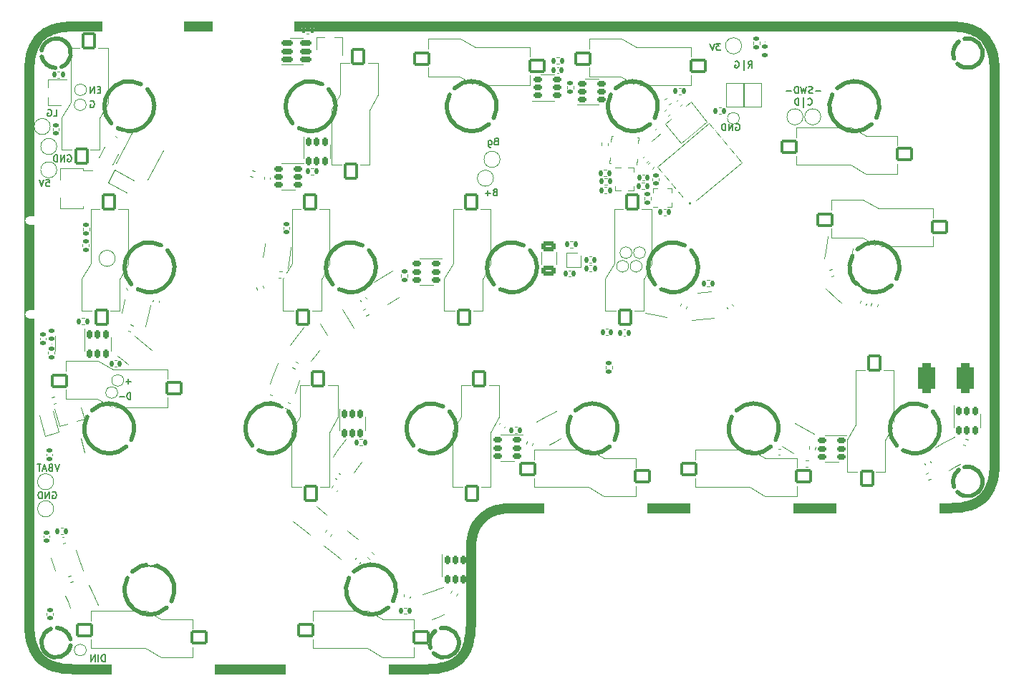
<source format=gbo>
G04 #@! TF.GenerationSoftware,KiCad,Pcbnew,(6.0.11-0)*
G04 #@! TF.CreationDate,2023-02-16T18:47:18+08:00*
G04 #@! TF.ProjectId,Right,52696768-742e-46b6-9963-61645f706362,rev?*
G04 #@! TF.SameCoordinates,Original*
G04 #@! TF.FileFunction,Legend,Bot*
G04 #@! TF.FilePolarity,Positive*
%FSLAX46Y46*%
G04 Gerber Fmt 4.6, Leading zero omitted, Abs format (unit mm)*
G04 Created by KiCad (PCBNEW (6.0.11-0)) date 2023-02-16 18:47:18*
%MOMM*%
%LPD*%
G01*
G04 APERTURE LIST*
G04 Aperture macros list*
%AMRoundRect*
0 Rectangle with rounded corners*
0 $1 Rounding radius*
0 $2 $3 $4 $5 $6 $7 $8 $9 X,Y pos of 4 corners*
0 Add a 4 corners polygon primitive as box body*
4,1,4,$2,$3,$4,$5,$6,$7,$8,$9,$2,$3,0*
0 Add four circle primitives for the rounded corners*
1,1,$1+$1,$2,$3*
1,1,$1+$1,$4,$5*
1,1,$1+$1,$6,$7*
1,1,$1+$1,$8,$9*
0 Add four rect primitives between the rounded corners*
20,1,$1+$1,$2,$3,$4,$5,0*
20,1,$1+$1,$4,$5,$6,$7,0*
20,1,$1+$1,$6,$7,$8,$9,0*
20,1,$1+$1,$8,$9,$2,$3,0*%
%AMRotRect*
0 Rectangle, with rotation*
0 The origin of the aperture is its center*
0 $1 length*
0 $2 width*
0 $3 Rotation angle, in degrees counterclockwise*
0 Add horizontal line*
21,1,$1,$2,0,0,$3*%
%AMOutline4P*
0 Free polygon, 4 corners , with rotation*
0 The origin of the aperture is its center*
0 number of corners: always 4*
0 $1 to $8 corner X, Y*
0 $9 Rotation angle, in degrees counterclockwise*
0 create outline with 4 corners*
4,1,4,$1,$2,$3,$4,$5,$6,$7,$8,$1,$2,$9*%
%AMOutline5P*
0 Free polygon, 5 corners , with rotation*
0 The origin of the aperture is its center*
0 number of corners: always 5*
0 $1 to $10 corner X, Y*
0 $11 Rotation angle, in degrees counterclockwise*
0 create outline with 5 corners*
4,1,5,$1,$2,$3,$4,$5,$6,$7,$8,$9,$10,$1,$2,$11*%
%AMOutline6P*
0 Free polygon, 6 corners , with rotation*
0 The origin of the aperture is its center*
0 number of corners: always 6*
0 $1 to $12 corner X, Y*
0 $13 Rotation angle, in degrees counterclockwise*
0 create outline with 6 corners*
4,1,6,$1,$2,$3,$4,$5,$6,$7,$8,$9,$10,$11,$12,$1,$2,$13*%
%AMOutline7P*
0 Free polygon, 7 corners , with rotation*
0 The origin of the aperture is its center*
0 number of corners: always 7*
0 $1 to $14 corner X, Y*
0 $15 Rotation angle, in degrees counterclockwise*
0 create outline with 7 corners*
4,1,7,$1,$2,$3,$4,$5,$6,$7,$8,$9,$10,$11,$12,$13,$14,$1,$2,$15*%
%AMOutline8P*
0 Free polygon, 8 corners , with rotation*
0 The origin of the aperture is its center*
0 number of corners: always 8*
0 $1 to $16 corner X, Y*
0 $17 Rotation angle, in degrees counterclockwise*
0 create outline with 8 corners*
4,1,8,$1,$2,$3,$4,$5,$6,$7,$8,$9,$10,$11,$12,$13,$14,$15,$16,$1,$2,$17*%
%AMFreePoly0*
4,1,6,0.500000,-0.850000,-0.199999,-0.850000,-0.500000,-0.550000,-0.500000,0.850000,0.500000,0.850000,0.500000,-0.850000,0.500000,-0.850000,$1*%
%AMFreePoly1*
4,1,9,1.475000,0.375000,1.050000,0.375000,1.050000,0.775000,0.300000,0.775000,0.300000,-0.250000,-0.250000,-0.250000,-0.250000,1.250000,1.475000,1.250000,1.475000,0.375000,1.475000,0.375000,$1*%
%AMFreePoly2*
4,1,9,3.862500,-0.866500,0.737500,-0.866500,0.737500,-0.450000,-0.737500,-0.450000,-0.737500,0.450000,0.737500,0.450000,0.737500,0.866500,3.862500,0.866500,3.862500,-0.866500,3.862500,-0.866500,$1*%
G04 Aperture macros list end*
%ADD10C,1.200000*%
%ADD11C,0.500000*%
%ADD12C,0.150000*%
%ADD13C,0.120000*%
%ADD14C,0.100000*%
%ADD15C,0.080000*%
%ADD16C,0.189307*%
%ADD17RoundRect,0.500000X-0.042321X-1.345626X0.897371X-1.003606X0.042321X1.345626X-0.897371X1.003606X0*%
%ADD18RoundRect,0.500000X0.042321X1.345626X-0.897371X1.003606X-0.042321X-1.345626X0.897371X-1.003606X0*%
%ADD19RoundRect,0.500000X-0.500000X-1.250000X0.500000X-1.250000X0.500000X1.250000X-0.500000X1.250000X0*%
%ADD20RoundRect,0.500000X0.500000X1.250000X-0.500000X1.250000X-0.500000X-1.250000X0.500000X-1.250000X0*%
%ADD21C,3.050000*%
%ADD22C,5.100000*%
%ADD23RoundRect,0.170000X0.680000X-0.830000X0.680000X0.830000X-0.680000X0.830000X-0.680000X-0.830000X0*%
%ADD24RoundRect,0.170000X-0.680000X0.830000X-0.680000X-0.830000X0.680000X-0.830000X0.680000X0.830000X0*%
%ADD25RoundRect,0.500000X-0.136084X-1.339396X0.825178X-1.063758X0.136084X1.339396X-0.825178X1.063758X0*%
%ADD26RoundRect,0.500000X0.136084X1.339396X-0.825178X1.063758X-0.136084X-1.339396X0.825178X-1.063758X0*%
%ADD27RoundRect,0.500000X1.292844X0.375571X0.677183X1.163582X-1.292844X-0.375571X-0.677183X-1.163582X0*%
%ADD28RoundRect,0.500000X-1.292844X-0.375571X-0.677183X-1.163582X1.292844X0.375571X0.677183X1.163582X0*%
%ADD29RoundRect,0.170000X0.830000X0.680000X-0.830000X0.680000X-0.830000X-0.680000X0.830000X-0.680000X0*%
%ADD30RoundRect,0.170000X-0.830000X-0.680000X0.830000X-0.680000X0.830000X0.680000X-0.830000X0.680000X0*%
%ADD31RoundRect,0.500000X0.669100X1.168249X-0.321168X1.307422X-0.669100X-1.168249X0.321168X-1.307422X0*%
%ADD32RoundRect,0.500000X-0.669100X-1.168249X0.321168X-1.307422X0.669100X1.168249X-0.321168X1.307422X0*%
%ADD33RoundRect,0.500000X-0.904307X0.997361X-1.342678X0.098567X0.904307X-0.997361X1.342678X-0.098567X0*%
%ADD34RoundRect,0.500000X0.904307X-0.997361X1.342678X-0.098567X-0.904307X0.997361X-1.342678X0.098567X0*%
%ADD35RoundRect,0.500000X-1.028313X-0.868949X-0.145366X-1.338420X1.028313X0.868949X0.145366X1.338420X0*%
%ADD36RoundRect,0.500000X1.028313X0.868949X0.145366X1.338420X-1.028313X-0.868949X-0.145366X-1.338420X0*%
%ADD37RoundRect,0.500000X0.585978X1.212077X-0.411586X1.281833X-0.585978X-1.212077X0.411586X-1.281833X0*%
%ADD38RoundRect,0.500000X-0.585978X-1.212077X0.411586X-1.281833X0.585978X1.212077X-0.411586X1.281833X0*%
%ADD39RoundRect,0.500000X0.420462X-1.278949X1.186507X-0.636162X-0.420462X1.278949X-1.186507X0.636162X0*%
%ADD40RoundRect,0.500000X-0.420462X1.278949X-1.186507X0.636162X0.420462X-1.278949X1.186507X-0.636162X0*%
%ADD41RoundRect,0.500000X0.677183X-1.163582X1.292844X-0.375571X-0.677183X1.163582X-1.292844X0.375571X0*%
%ADD42RoundRect,0.500000X-0.677183X1.163582X-1.292844X0.375571X0.677183X-1.163582X1.292844X-0.375571X0*%
%ADD43RoundRect,0.500000X-1.325020X-0.238375X-0.795100X-1.086423X1.325020X0.238375X0.795100X1.086423X0*%
%ADD44RoundRect,0.500000X1.325020X0.238375X0.795100X1.086423X-1.325020X-0.238375X-0.795100X-1.086423X0*%
%ADD45RoundRect,0.500000X0.971677X-0.931850X1.346283X-0.004666X-0.971677X0.931850X-1.346283X0.004666X0*%
%ADD46RoundRect,0.500000X-0.971677X0.931850X-1.346283X0.004666X0.971677X-0.931850X1.346283X-0.004666X0*%
%ADD47RoundRect,0.500000X-0.004666X1.346283X-0.931850X0.971677X0.004666X-1.346283X0.931850X-0.971677X0*%
%ADD48RoundRect,0.500000X0.004666X-1.346283X0.931850X-0.971677X-0.004666X1.346283X-0.931850X0.971677X0*%
%ADD49RoundRect,0.500000X1.077998X-0.806487X1.336817X0.159439X-1.077998X0.806487X-1.336817X-0.159439X0*%
%ADD50RoundRect,0.500000X-1.077998X0.806487X-1.336817X-0.159439X1.077998X-0.806487X1.336817X0.159439X0*%
%ADD51RoundRect,0.140000X0.213186X0.055243X-0.013339X0.219823X-0.213186X-0.055243X0.013339X-0.219823X0*%
%ADD52RoundRect,0.150000X-0.150000X0.350000X-0.150000X-0.350000X0.150000X-0.350000X0.150000X0.350000X0*%
%ADD53R,0.500000X0.350000*%
%ADD54C,1.500000*%
%ADD55RoundRect,0.135000X0.007516X-0.228896X0.220279X-0.062668X-0.007516X0.228896X-0.220279X0.062668X0*%
%ADD56RoundRect,0.140000X-0.170000X0.140000X-0.170000X-0.140000X0.170000X-0.140000X0.170000X0.140000X0*%
%ADD57RoundRect,0.135000X-0.185000X0.135000X-0.185000X-0.135000X0.185000X-0.135000X0.185000X0.135000X0*%
%ADD58RoundRect,0.135000X0.215044X-0.078777X0.140622X0.180763X-0.215044X0.078777X-0.140622X-0.180763X0*%
%ADD59C,1.000000*%
%ADD60RoundRect,0.135000X0.135000X0.185000X-0.135000X0.185000X-0.135000X-0.185000X0.135000X-0.185000X0*%
%ADD61RoundRect,0.150000X-0.332403X-0.185763X0.363762X-0.112593X0.332403X0.185763X-0.363762X0.112593X0*%
%ADD62RoundRect,0.147500X0.172500X-0.147500X0.172500X0.147500X-0.172500X0.147500X-0.172500X-0.147500X0*%
%ADD63RoundRect,0.135000X0.159433X0.164411X-0.107939X0.201988X-0.159433X-0.164411X0.107939X-0.201988X0*%
%ADD64RoundRect,0.135000X-0.015500X0.228495X-0.222332X0.054942X0.015500X-0.228495X0.222332X-0.054942X0*%
%ADD65RoundRect,0.135000X0.185000X-0.135000X0.185000X0.135000X-0.185000X0.135000X-0.185000X-0.135000X0*%
%ADD66RoundRect,0.150000X0.312679X-0.217329X-0.058265X0.376305X-0.312679X0.217329X0.058265X-0.376305X0*%
%ADD67RoundRect,0.140000X0.062649X-0.211128X0.219223X0.021002X-0.062649X0.211128X-0.219223X-0.021002X0*%
%ADD68RoundRect,0.150000X0.097280X0.368153X-0.333683X-0.183455X-0.097280X-0.368153X0.333683X0.183455X0*%
%ADD69R,0.650000X1.060000*%
%ADD70RoundRect,0.135000X-0.135000X-0.185000X0.135000X-0.185000X0.135000X0.185000X-0.135000X0.185000X0*%
%ADD71R,0.800000X0.540000*%
%ADD72R,0.800000X0.300000*%
%ADD73O,2.200000X1.000000*%
%ADD74O,1.800000X1.000000*%
%ADD75RoundRect,0.135000X-0.190132X-0.127670X0.063585X-0.220016X0.190132X0.127670X-0.063585X0.220016X0*%
%ADD76R,0.800000X0.900000*%
%ADD77RoundRect,0.150000X0.350000X0.150000X-0.350000X0.150000X-0.350000X-0.150000X0.350000X-0.150000X0*%
%ADD78RoundRect,0.150000X0.228109X0.304904X-0.378109X-0.045096X-0.228109X-0.304904X0.378109X0.045096X0*%
%ADD79RotRect,1.060000X0.650000X284.000000*%
%ADD80RotRect,0.500000X0.500000X106.000000*%
%ADD81RoundRect,0.087500X0.074208X-0.193147X0.100366X0.180940X-0.074208X0.193147X-0.100366X-0.180940X0*%
%ADD82RoundRect,0.087500X0.180940X-0.100366X0.193147X0.074208X-0.180940X0.100366X-0.193147X-0.074208X0*%
%ADD83RotRect,0.500000X0.500000X332.000000*%
%ADD84RoundRect,0.140000X-0.148861X0.162297X-0.187830X-0.114978X0.148861X-0.162297X0.187830X0.114978X0*%
%ADD85RoundRect,0.150000X-0.364534X0.110069X0.171697X-0.339882X0.364534X-0.110069X-0.171697X0.339882X0*%
%ADD86RoundRect,0.150000X-0.373538X-0.073953X0.311165X-0.219491X0.373538X0.073953X-0.311165X0.219491X0*%
%ADD87RoundRect,0.135000X-0.007516X0.228896X-0.220279X0.062668X0.007516X-0.228896X0.220279X-0.062668X0*%
%ADD88RoundRect,0.140000X-0.140000X-0.170000X0.140000X-0.170000X0.140000X0.170000X-0.140000X0.170000X0*%
%ADD89RoundRect,0.135000X-0.114096X0.198575X-0.223915X-0.048082X0.114096X-0.198575X0.223915X0.048082X0*%
%ADD90RoundRect,0.250000X0.625000X-0.312500X0.625000X0.312500X-0.625000X0.312500X-0.625000X-0.312500X0*%
%ADD91RoundRect,0.150000X0.217329X0.312679X-0.376305X-0.058265X-0.217329X-0.312679X0.376305X0.058265X0*%
%ADD92RoundRect,0.135000X0.220279X0.062668X0.007516X0.228896X-0.220279X-0.062668X-0.007516X-0.228896X0*%
%ADD93RotRect,1.200000X3.700000X242.000000*%
%ADD94RoundRect,0.135000X-0.107097X0.202436X-0.225457X-0.040239X0.107097X-0.202436X0.225457X0.040239X0*%
%ADD95RoundRect,0.150000X-0.360470X0.122724X0.159731X-0.345667X0.360470X-0.122724X-0.159731X0.345667X0*%
%ADD96RoundRect,0.135000X0.202436X0.107097X-0.040239X0.225457X-0.202436X-0.107097X0.040239X-0.225457X0*%
%ADD97RoundRect,0.150000X-0.350000X-0.150000X0.350000X-0.150000X0.350000X0.150000X-0.350000X0.150000X0*%
%ADD98RoundRect,0.150000X-0.021247X0.380195X-0.260661X-0.277589X0.021247X-0.380195X0.260661X0.277589X0*%
%ADD99Outline4P,-0.225000X0.475000X0.225000X0.475000X0.225000X-0.475000X-0.225000X-0.475000X310.000000*%
%ADD100Outline6P,-0.225000X0.537500X-0.112500X0.650000X0.225000X0.650000X0.225000X-0.650000X-0.112500X-0.650000X-0.225000X-0.537500X220.000000*%
%ADD101Outline6P,-0.225000X1.037500X-0.112500X1.150000X0.225000X1.150000X0.225000X-1.150000X-0.112500X-1.150000X-0.225000X-1.037500X130.000000*%
%ADD102Outline6P,-0.225000X0.537500X-0.112500X0.650000X0.225000X0.650000X0.225000X-0.650000X-0.112500X-0.650000X-0.225000X-0.537500X40.000000*%
%ADD103Outline6P,-0.225000X1.037500X-0.112500X1.150000X0.225000X1.150000X0.225000X-1.150000X-0.112500X-1.150000X-0.225000X-1.037500X310.000000*%
%ADD104RoundRect,0.140000X0.140000X0.170000X-0.140000X0.170000X-0.140000X-0.170000X0.140000X-0.170000X0*%
%ADD105RoundRect,0.150000X0.073953X-0.373538X0.219491X0.311165X-0.073953X0.373538X-0.219491X-0.311165X0*%
%ADD106RoundRect,0.135000X0.086234X0.212164X-0.175745X0.146845X-0.086234X-0.212164X0.175745X-0.146845X0*%
%ADD107RoundRect,0.135000X-0.055868X-0.222101X0.194472X-0.120957X0.055868X0.222101X-0.194472X0.120957X0*%
%ADD108RoundRect,0.135000X-0.217958X-0.070317X0.000477X-0.229019X0.217958X0.070317X-0.000477X0.229019X0*%
%ADD109RoundRect,0.150000X-0.099830X0.367470X-0.197251X-0.325718X0.099830X-0.367470X0.197251X0.325718X0*%
%ADD110RoundRect,0.135000X0.198575X0.114096X-0.048082X0.223915X-0.198575X-0.114096X0.048082X-0.223915X0*%
%ADD111R,0.375000X0.350000*%
%ADD112R,0.350000X0.375000*%
%ADD113RoundRect,0.140000X0.170000X-0.140000X0.170000X0.140000X-0.170000X0.140000X-0.170000X-0.140000X0*%
%ADD114RoundRect,0.225000X0.311821X0.126065X-0.092636X0.323332X-0.311821X-0.126065X0.092636X-0.323332X0*%
%ADD115RoundRect,0.150000X0.279390X-0.258730X-0.005326X0.380751X-0.279390X0.258730X0.005326X-0.380751X0*%
%ADD116RoundRect,0.140000X0.207631X-0.073414X0.111865X0.189700X-0.207631X0.073414X-0.111865X-0.189700X0*%
%ADD117RoundRect,0.135000X0.194472X0.120957X-0.055868X0.222101X-0.194472X-0.120957X0.055868X-0.222101X0*%
%ADD118RoundRect,0.150000X0.364534X-0.110069X-0.171697X0.339882X-0.364534X0.110069X0.171697X-0.339882X0*%
%ADD119RoundRect,0.140000X0.118417X-0.185681X0.204942X0.080615X-0.118417X0.185681X-0.204942X-0.080615X0*%
%ADD120R,0.900000X0.800000*%
%ADD121RoundRect,0.135000X0.164411X-0.159433X0.201988X0.107939X-0.164411X0.159433X-0.201988X-0.107939X0*%
%ADD122RoundRect,0.135000X0.175132X-0.147576X0.193966X0.121766X-0.175132X0.147576X-0.193966X-0.121766X0*%
%ADD123RoundRect,0.150000X0.250814X-0.286517X0.034503X0.379222X-0.250814X0.286517X-0.034503X-0.379222X0*%
%ADD124RoundRect,0.135000X0.141374X0.180176X-0.128461X0.189599X-0.141374X-0.180176X0.128461X-0.189599X0*%
%ADD125C,0.310000*%
%ADD126RoundRect,0.140000X-0.091423X0.200354X-0.214167X-0.051308X0.091423X-0.200354X0.214167X0.051308X0*%
%ADD127RoundRect,0.135000X-0.071224X-0.217663X0.185561X-0.134228X0.071224X0.217663X-0.185561X0.134228X0*%
%ADD128RotRect,0.550000X0.250000X40.000000*%
%ADD129RotRect,0.550000X0.250000X220.000000*%
%ADD130FreePoly0,40.000000*%
%ADD131RoundRect,0.150000X0.378109X-0.045096X-0.228109X0.304904X-0.378109X0.045096X0.228109X-0.304904X0*%
%ADD132RoundRect,0.135000X0.062668X-0.220279X0.228896X-0.007516X-0.062668X0.220279X-0.228896X0.007516X0*%
%ADD133RotRect,0.900000X0.800000X286.000000*%
%ADD134FreePoly1,90.000000*%
%ADD135FreePoly1,270.000000*%
%ADD136RoundRect,0.150000X0.238611X0.296757X-0.379452X-0.031873X-0.238611X-0.296757X0.379452X0.031873X0*%
%ADD137RoundRect,0.140000X-0.101596X-0.195393X0.172286X-0.137177X0.101596X0.195393X-0.172286X0.137177X0*%
%ADD138RoundRect,0.140000X0.157003X0.154435X-0.121463X0.183703X-0.157003X-0.154435X0.121463X-0.183703X0*%
%ADD139RoundRect,0.140000X-0.002028X0.220218X-0.216520X0.040237X0.002028X-0.220218X0.216520X-0.040237X0*%
%ADD140RoundRect,0.140000X0.165011X-0.145848X0.174782X0.133982X-0.165011X0.145848X-0.174782X-0.133982X0*%
%ADD141RoundRect,0.147500X-0.172500X0.147500X-0.172500X-0.147500X0.172500X-0.147500X0.172500X0.147500X0*%
%ADD142RoundRect,0.135000X-0.134228X0.185561X-0.217663X-0.071224X0.134228X-0.185561X0.217663X0.071224X0*%
%ADD143RoundRect,0.135000X0.158747X-0.165074X0.205632X0.100824X-0.158747X0.165074X-0.205632X-0.100824X0*%
%ADD144RoundRect,0.140000X-0.025036X0.218799X-0.219540X0.017384X0.025036X-0.218799X0.219540X-0.017384X0*%
%ADD145RoundRect,0.135000X0.047149X-0.224114X0.227814X-0.023465X-0.047149X0.224114X-0.227814X0.023465X0*%
%ADD146R,1.300000X0.900000*%
%ADD147FreePoly2,180.000000*%
%ADD148RoundRect,0.150000X0.099830X-0.367470X0.197251X0.325718X-0.099830X0.367470X-0.197251X-0.325718X0*%
%ADD149RoundRect,0.140000X-0.145848X-0.165011X0.133982X-0.174782X0.145848X0.165011X-0.133982X0.174782X0*%
%ADD150RoundRect,0.140000X-0.217224X0.036244X-0.077224X-0.206244X0.217224X-0.036244X0.077224X0.206244X0*%
%ADD151RoundRect,0.140000X0.217224X-0.036244X0.077224X0.206244X-0.217224X0.036244X-0.077224X-0.206244X0*%
%ADD152RoundRect,0.150000X0.277589X0.260661X-0.380195X0.021247X-0.277589X-0.260661X0.380195X-0.021247X0*%
%ADD153RoundRect,0.135000X-0.078777X-0.215044X0.180763X-0.140622X0.078777X0.215044X-0.180763X0.140622X0*%
%ADD154Outline5P,-0.200000X0.260000X-0.160000X0.300000X0.200000X0.300000X0.200000X-0.300000X-0.200000X-0.300000X310.000000*%
%ADD155Outline5P,-1.700000X1.810000X-1.360000X2.150000X1.700000X2.150000X1.700000X-2.150000X-1.700000X-2.150000X40.000000*%
%ADD156RoundRect,0.135000X0.206050X0.099967X-0.032346X0.226724X-0.206050X-0.099967X0.032346X-0.226724X0*%
%ADD157RoundRect,0.135000X-0.024413X-0.227715X0.209413X-0.092715X0.024413X0.227715X-0.209413X0.092715X0*%
%ADD158RoundRect,0.150000X-0.512500X-0.150000X0.512500X-0.150000X0.512500X0.150000X-0.512500X0.150000X0*%
%ADD159RoundRect,0.250000X0.421338X-0.592114X0.726494X-0.018199X-0.421338X0.592114X-0.726494X0.018199X0*%
G04 APERTURE END LIST*
D10*
X60826275Y-122376317D02*
X60920864Y-122387797D01*
G36*
X165373160Y-104004294D02*
G01*
X164395159Y-104004294D01*
X164395159Y-102804294D01*
X165373160Y-102804294D01*
X165373160Y-104004294D01*
G37*
G36*
X134917158Y-104004294D02*
G01*
X129839157Y-104004294D01*
X129839157Y-102804294D01*
X134917158Y-102804294D01*
X134917158Y-104004294D01*
G37*
X108974497Y-107862138D02*
X108988566Y-107684617D01*
X57273335Y-48862006D02*
X57147689Y-49186543D01*
X112911039Y-103468047D02*
X113240981Y-103432202D01*
X165464665Y-103404294D02*
X166220137Y-103382902D01*
X59505458Y-46828774D02*
X59180921Y-46954420D01*
X56773208Y-79501294D02*
X56773208Y-117045795D01*
X106681989Y-121897062D02*
X107104946Y-121660012D01*
X166820078Y-103326323D02*
X166906333Y-103315848D01*
X57330439Y-48732965D02*
X57273335Y-48862006D01*
X109092991Y-106942679D02*
X109147298Y-106704270D01*
X109621869Y-105482501D02*
X109715245Y-105330765D01*
X108872203Y-118487453D02*
X108882676Y-118401231D01*
X170315923Y-101125633D02*
X170373030Y-100996588D01*
X57147692Y-119722060D02*
X57273332Y-120046585D01*
X59180910Y-121954164D02*
X59505487Y-122079818D01*
X169721607Y-47831607D02*
X169670768Y-47780614D01*
X108166371Y-120598583D02*
X108403424Y-120175618D01*
X57121368Y-119644195D02*
X57147692Y-119722060D01*
X57975597Y-121127969D02*
X58037469Y-121190028D01*
X109522847Y-105662861D02*
X109621869Y-105482501D01*
X110887129Y-104158881D02*
X111038865Y-104065505D01*
X61426231Y-122432887D02*
X62181707Y-122454294D01*
X170851755Y-51107309D02*
X170806673Y-50601969D01*
X57876714Y-47885418D02*
X57839874Y-47926679D01*
X168465448Y-102904168D02*
X168594508Y-102847067D01*
X59505487Y-122079818D02*
X59583313Y-122106143D01*
X56964074Y-119047880D02*
X57098295Y-119575985D01*
X107488274Y-121387631D02*
X107529520Y-121350806D01*
X170525006Y-100594196D02*
X170548060Y-100526020D01*
X57121371Y-49264375D02*
X57098310Y-49332575D01*
X169495837Y-47605837D02*
X169442042Y-47557802D01*
X170795185Y-50507388D02*
X170784708Y-50421135D01*
X169495825Y-102252767D02*
X169546821Y-102201916D01*
D11*
X166662573Y-48228245D02*
G75*
G03*
X166097230Y-50244266I1064727J-1385855D01*
G01*
D10*
X168465448Y-46954423D02*
X168140907Y-46828775D01*
X58150523Y-47605844D02*
X58099531Y-47656685D01*
X58150532Y-121302750D02*
X58204332Y-121350791D01*
X169670786Y-102077956D02*
X169721612Y-102026990D01*
X109192332Y-106523309D02*
X109279012Y-106241033D01*
X169400787Y-47520972D02*
X169017447Y-47248579D01*
X108960658Y-117045795D02*
X108960658Y-108404294D01*
X166220144Y-46475700D02*
X165464660Y-46454294D01*
X170873158Y-51862791D02*
X170851755Y-51107309D01*
X170851752Y-98751284D02*
X170873158Y-97995796D01*
X58204332Y-121350791D02*
X58245581Y-121387616D01*
X60179630Y-46645160D02*
X59651490Y-46779395D01*
X104307643Y-122432890D02*
X104812985Y-122387811D01*
X109279012Y-106241033D02*
X109337449Y-106084082D01*
X109865625Y-105110796D02*
X110023654Y-104904814D01*
X108960658Y-108275205D02*
X108971109Y-107930318D01*
X110819170Y-104204103D02*
X110887129Y-104158881D01*
X109337449Y-106084082D02*
X109452483Y-105811240D01*
X57273332Y-120046585D02*
X57330433Y-120175621D01*
X108612491Y-119644222D02*
X108635550Y-119576027D01*
D11*
X166489596Y-101493058D02*
G75*
G03*
X167331854Y-98550413I1233304J1238858D01*
G01*
X61621808Y-118894324D02*
G75*
G03*
X60010104Y-117557852I-1699108J-408976D01*
G01*
D10*
X107696382Y-121190044D02*
X107758249Y-121127991D01*
G36*
X117639156Y-104004294D02*
G01*
X114010157Y-104004294D01*
X114010157Y-102804294D01*
X117639156Y-102804294D01*
X117639156Y-104004294D01*
G37*
X58628920Y-47248577D02*
X58245594Y-47520959D01*
X170784708Y-99437487D02*
X170795177Y-99351246D01*
X107634349Y-121251895D02*
X107696382Y-121190044D01*
X167466738Y-103213437D02*
X167994871Y-103079203D01*
X57839874Y-47926679D02*
X57567492Y-48310005D01*
X106552947Y-121954163D02*
X106681989Y-121897062D01*
X169806496Y-47926680D02*
X169769663Y-47885426D01*
X170682292Y-49860715D02*
X170548057Y-49332573D01*
G36*
X165473159Y-47054294D02*
G01*
X88047207Y-47054294D01*
X88047207Y-45854294D01*
X165473159Y-45854294D01*
X165473159Y-47054294D01*
G37*
X166220137Y-103382902D02*
X166725476Y-103337812D01*
X56839696Y-118306607D02*
X56851188Y-118401211D01*
X110667160Y-104309261D02*
X110819170Y-104204103D01*
X56851188Y-118401211D02*
X56861663Y-118487475D01*
X166820100Y-46532276D02*
X166725489Y-46520788D01*
X169670768Y-47780614D02*
X169608904Y-47718568D01*
X60920882Y-46520785D02*
X60826277Y-46532273D01*
X113486682Y-103414745D02*
X113831569Y-103404294D01*
X57147689Y-49186543D02*
X57121371Y-49264375D01*
G36*
X78407207Y-47054294D02*
G01*
X75047207Y-47054294D01*
X75047207Y-45854296D01*
X78407207Y-45854296D01*
X78407207Y-47054294D01*
G37*
X109147298Y-106704270D02*
X109192332Y-106523309D01*
X56839700Y-50601967D02*
X56794613Y-51107310D01*
X170525001Y-49264384D02*
X170498680Y-49186556D01*
X169769639Y-101973189D02*
X169806495Y-101931913D01*
X169721612Y-102026990D02*
X169769639Y-101973189D01*
X170315929Y-48732967D02*
X170078877Y-48310006D01*
X59651490Y-46779395D02*
X59583290Y-46802456D01*
X167466738Y-46645164D02*
X166906329Y-46542747D01*
D11*
X166494483Y-50853049D02*
G75*
G03*
X167336728Y-47910416I1233317J1238849D01*
G01*
D10*
X59583313Y-122106143D02*
X59651479Y-122129190D01*
X169017438Y-102610018D02*
X169400782Y-102337628D01*
X169769663Y-47885426D02*
X169721607Y-47831607D01*
X57098310Y-49332575D02*
X56964075Y-49860715D01*
X170682292Y-99997883D02*
X170784708Y-99437487D01*
X57098295Y-119575985D02*
X57121368Y-119644195D01*
X59651479Y-122129190D02*
X60179631Y-122263431D01*
X108971109Y-107930318D02*
X108974497Y-107862138D01*
X58204337Y-47557796D02*
X58150523Y-47605844D01*
X169608904Y-47718568D02*
X169546836Y-47656685D01*
X168063086Y-103056136D02*
X168140922Y-103029822D01*
D11*
X166657686Y-98868226D02*
G75*
G03*
X166092356Y-100884263I1064814J-1385874D01*
G01*
D10*
X170078876Y-101548592D02*
X170315923Y-101125633D01*
X109715245Y-105330765D02*
X109760467Y-105262806D01*
X57330433Y-120175621D02*
X57567487Y-120598583D01*
X169546836Y-47656685D02*
X169495837Y-47605837D01*
X167994889Y-46779401D02*
X167466738Y-46645164D01*
X108635550Y-119576027D02*
X108769784Y-119047874D01*
X107809113Y-121076972D02*
X107857147Y-121023180D01*
X170373030Y-100996588D02*
X170498681Y-100672028D01*
X57975597Y-47780620D02*
X57924759Y-47831608D01*
X57567492Y-48310005D02*
X57330439Y-48732965D01*
D11*
X60548322Y-51231797D02*
G75*
G03*
X58202638Y-49265424I-630122J1630597D01*
G01*
G36*
X87031660Y-123054294D02*
G01*
X78702661Y-123054294D01*
X78702661Y-121854294D01*
X87031660Y-121854294D01*
X87031660Y-123054294D01*
G37*
D10*
X106150562Y-122106139D02*
X106228381Y-122079818D01*
X113418502Y-103418133D02*
X113486682Y-103414745D01*
X108939250Y-117801281D02*
X108960658Y-117045795D01*
X57924770Y-121076994D02*
X57975597Y-121127969D01*
X57839854Y-120981888D02*
X57876713Y-121023163D01*
X60740042Y-122365842D02*
X60826275Y-122376317D01*
X112079994Y-103635985D02*
X112260481Y-103590969D01*
D11*
X59292374Y-117673139D02*
G75*
G03*
X61638035Y-119639447I630126J-1630561D01*
G01*
D10*
X60920864Y-122387797D02*
X61426231Y-122432887D01*
X109048797Y-107179936D02*
X109092991Y-106942679D01*
X110135477Y-104780947D02*
X110236394Y-104680030D01*
X59583290Y-46802456D02*
X59505458Y-46828774D01*
X58099526Y-121251897D02*
X58150532Y-121302750D01*
X113240981Y-103432202D02*
X113418502Y-103418133D01*
X108769784Y-119047874D02*
X108872203Y-118487453D01*
G36*
X103560659Y-123054294D02*
G01*
X99231660Y-123054294D01*
X99231660Y-121854294D01*
X103560659Y-121854294D01*
X103560659Y-123054294D01*
G37*
D11*
X58218816Y-50010558D02*
G75*
G03*
X59830567Y-51347024I1699084J408958D01*
G01*
D10*
X104993803Y-122365844D02*
X105554236Y-122263425D01*
X56773208Y-117045795D02*
X56794616Y-117801277D01*
X112260481Y-103590969D02*
X112499043Y-103536627D01*
X107857147Y-121023180D02*
X107893972Y-120981929D01*
X168063082Y-46802458D02*
X167994889Y-46779401D01*
X168594508Y-102847067D02*
X169017438Y-102610018D01*
X58245594Y-47520959D02*
X58204337Y-47557796D01*
X58037469Y-121190028D02*
X58099526Y-121251897D01*
X61426225Y-46475698D02*
X60920882Y-46520785D01*
X166906333Y-103315848D02*
X167466738Y-103213437D01*
X59051871Y-121897065D02*
X59180910Y-121954164D01*
X107529520Y-121350806D02*
X107583340Y-121302745D01*
X170078877Y-48310006D02*
X169806496Y-47926680D01*
X106082381Y-122129191D02*
X106150562Y-122106139D01*
X106228381Y-122079818D02*
X106552947Y-121954163D01*
X108894160Y-118306630D02*
X108939250Y-117801281D01*
X58037474Y-47718559D02*
X57975597Y-47780620D01*
X169442028Y-102300803D02*
X169495825Y-102252767D01*
X109024411Y-107354675D02*
X109048797Y-107179936D01*
X110461167Y-104467299D02*
X110667160Y-104309261D01*
X112499043Y-103536627D02*
X112736300Y-103492433D01*
X169608900Y-102140024D02*
X169670786Y-102077956D01*
X60826277Y-46532273D02*
X60740035Y-46542745D01*
X56794616Y-117801277D02*
X56839696Y-118306607D01*
X170873158Y-97995796D02*
X170873158Y-51862791D01*
X108586176Y-119722042D02*
X108612491Y-119644222D01*
X168594487Y-47011526D02*
X168465448Y-46954423D01*
X170498681Y-100672028D02*
X170525006Y-100594196D01*
X56964075Y-49860715D02*
X56861660Y-50421120D01*
X167994871Y-103079203D02*
X168063086Y-103056136D01*
X57876713Y-121023163D02*
X57924770Y-121076994D01*
X111640446Y-103781085D02*
X111797509Y-103722607D01*
X166725476Y-103337812D02*
X166820078Y-103326323D01*
X112736300Y-103492433D02*
X112911039Y-103468047D01*
X108988566Y-107684617D02*
X109024411Y-107354675D01*
X105554236Y-122263425D02*
X106082381Y-122129191D01*
X166906329Y-46542747D02*
X166820100Y-46532276D01*
X108403424Y-120175618D02*
X108460527Y-120046582D01*
X103552160Y-122454294D02*
X104307643Y-122432890D01*
X56794613Y-51107310D02*
X56773209Y-51862792D01*
G36*
X152195158Y-104004294D02*
G01*
X147117157Y-104004294D01*
X147117157Y-102804294D01*
X152195158Y-102804294D01*
X152195158Y-104004294D01*
G37*
X107758249Y-121127991D02*
X107809113Y-121076972D01*
X169806495Y-101931913D02*
X170078876Y-101548592D01*
X166725489Y-46520788D02*
X166220144Y-46475700D01*
X109452483Y-105811240D02*
X109522847Y-105662861D01*
X111219225Y-103966483D02*
X111367604Y-103896119D01*
X169546821Y-102201916D02*
X169608900Y-102140024D01*
X56773209Y-51862792D02*
X56773208Y-70357294D01*
X111367604Y-103896119D02*
X111640446Y-103781085D01*
X168140907Y-46828775D02*
X168063082Y-46802458D01*
X170784708Y-50421135D02*
X170682292Y-49860715D01*
X170795177Y-99351246D02*
X170806663Y-99256639D01*
X56861663Y-118487475D02*
X56964074Y-119047880D01*
X59051880Y-47011524D02*
X58628920Y-47248577D01*
X104907553Y-122376324D02*
X104993803Y-122365844D01*
X58245581Y-121387616D02*
X58628924Y-121660015D01*
X110337217Y-104579207D02*
X110461167Y-104467299D01*
X56773208Y-70357294D02*
X56773208Y-79501294D01*
X169442042Y-47557802D02*
X169400787Y-47520972D01*
X60740035Y-46542745D02*
X60179630Y-46645160D01*
D11*
X104577531Y-120553071D02*
G75*
G03*
X105419858Y-117610355I1233369J1238871D01*
G01*
D10*
X104812985Y-122387811D02*
X104907553Y-122376324D01*
X58628924Y-121660015D02*
X59051871Y-121897065D01*
X109760467Y-105262806D02*
X109865625Y-105110796D01*
X56851188Y-50507362D02*
X56839700Y-50601967D01*
X110023654Y-104904814D02*
X110135477Y-104780947D01*
X170548057Y-49332573D02*
X170525001Y-49264384D01*
G36*
X66502660Y-123054294D02*
G01*
X62173661Y-123054294D01*
X62173661Y-121854294D01*
X66502660Y-121854294D01*
X66502660Y-123054294D01*
G37*
X170806673Y-50601969D02*
X170795185Y-50507388D01*
X169400782Y-102337628D02*
X169442028Y-102300803D01*
X108882676Y-118401231D02*
X108894160Y-118306630D01*
X111797509Y-103722607D02*
X112079994Y-103635985D01*
X58099531Y-47656685D02*
X58037474Y-47718559D01*
X57924759Y-47831608D02*
X57876714Y-47885418D01*
X169017447Y-47248579D02*
X168594487Y-47011526D01*
X56861660Y-50421120D02*
X56851188Y-50507362D01*
G36*
X65407207Y-47054294D02*
G01*
X62173209Y-47054294D01*
X62173209Y-45854296D01*
X65407207Y-45854296D01*
X65407207Y-47054294D01*
G37*
X168140922Y-103029822D02*
X168465448Y-102904168D01*
X111038865Y-104065505D02*
X111219225Y-103966483D01*
X170498680Y-49186556D02*
X170373033Y-48862007D01*
X170373033Y-48862007D02*
X170315929Y-48732967D01*
X108460527Y-120046582D02*
X108586176Y-119722042D01*
X59180921Y-46954420D02*
X59051880Y-47011524D01*
X107893972Y-120981929D02*
X108166371Y-120598583D01*
X170806663Y-99256639D02*
X170851752Y-98751284D01*
D11*
X104745732Y-117928222D02*
G75*
G03*
X104180360Y-119944205I1064768J-1385878D01*
G01*
D10*
X113831569Y-103404294D02*
X113960658Y-103404294D01*
X62181707Y-46454294D02*
X61426225Y-46475698D01*
X107104946Y-121660012D02*
X107488274Y-121387631D01*
X60179631Y-122263431D02*
X60740042Y-122365842D01*
X108960658Y-108404294D02*
X108960658Y-108275205D01*
X107583340Y-121302745D02*
X107634349Y-121251895D01*
X170548060Y-100526020D02*
X170682292Y-99997883D01*
X57567487Y-120598583D02*
X57839854Y-120981888D01*
X110236394Y-104680030D02*
X110337217Y-104579207D01*
D12*
X138489525Y-48441910D02*
X137994287Y-48441910D01*
X138260954Y-48746672D01*
X138146668Y-48746672D01*
X138070478Y-48784767D01*
X138032382Y-48822863D01*
X137994287Y-48899053D01*
X137994287Y-49089529D01*
X138032382Y-49165720D01*
X138070478Y-49203815D01*
X138146668Y-49241910D01*
X138375240Y-49241910D01*
X138451430Y-49203815D01*
X138489525Y-49165720D01*
X137765716Y-48441910D02*
X137499049Y-49241910D01*
X137232382Y-48441910D01*
X141749961Y-51331536D02*
X142016628Y-50950584D01*
X142207104Y-51331536D02*
X142207104Y-50531536D01*
X141902342Y-50531536D01*
X141826151Y-50569632D01*
X141788056Y-50607727D01*
X141749961Y-50683917D01*
X141749961Y-50798203D01*
X141788056Y-50874393D01*
X141826151Y-50912489D01*
X141902342Y-50950584D01*
X142207104Y-50950584D01*
X141216628Y-51598203D02*
X141216628Y-50455346D01*
X140226151Y-50569632D02*
X140302342Y-50531536D01*
X140416628Y-50531536D01*
X140530913Y-50569632D01*
X140607104Y-50645822D01*
X140645199Y-50722012D01*
X140683294Y-50874393D01*
X140683294Y-50988679D01*
X140645199Y-51141060D01*
X140607104Y-51217251D01*
X140530913Y-51293441D01*
X140416628Y-51331536D01*
X140340437Y-51331536D01*
X140226151Y-51293441D01*
X140188056Y-51255346D01*
X140188056Y-50988679D01*
X140340437Y-50988679D01*
X65699049Y-121541910D02*
X65699049Y-120741910D01*
X65508573Y-120741910D01*
X65394287Y-120780006D01*
X65318097Y-120856196D01*
X65280002Y-120932386D01*
X65241906Y-121084767D01*
X65241906Y-121199053D01*
X65280002Y-121351434D01*
X65318097Y-121427625D01*
X65394287Y-121503815D01*
X65508573Y-121541910D01*
X65699049Y-121541910D01*
X64899049Y-121541910D02*
X64899049Y-120741910D01*
X64518097Y-121541910D02*
X64518097Y-120741910D01*
X64060954Y-121541910D01*
X64060954Y-120741910D01*
X59632382Y-57041910D02*
X60013335Y-57041910D01*
X60013335Y-56241910D01*
X58946668Y-56280006D02*
X59022859Y-56241910D01*
X59137144Y-56241910D01*
X59251430Y-56280006D01*
X59327621Y-56356196D01*
X59365716Y-56432386D01*
X59403811Y-56584767D01*
X59403811Y-56699053D01*
X59365716Y-56851434D01*
X59327621Y-56927625D01*
X59251430Y-57003815D01*
X59137144Y-57041910D01*
X59060954Y-57041910D01*
X58946668Y-57003815D01*
X58908573Y-56965720D01*
X58908573Y-56699053D01*
X59060954Y-56699053D01*
X140303189Y-57993666D02*
X140379380Y-57955570D01*
X140493666Y-57955570D01*
X140607951Y-57993666D01*
X140684142Y-58069856D01*
X140722237Y-58146046D01*
X140760332Y-58298427D01*
X140760332Y-58412713D01*
X140722237Y-58565094D01*
X140684142Y-58641285D01*
X140607951Y-58717475D01*
X140493666Y-58755570D01*
X140417475Y-58755570D01*
X140303189Y-58717475D01*
X140265094Y-58679380D01*
X140265094Y-58412713D01*
X140417475Y-58412713D01*
X139922237Y-58755570D02*
X139922237Y-57955570D01*
X139465094Y-58755570D01*
X139465094Y-57955570D01*
X139084142Y-58755570D02*
X139084142Y-57955570D01*
X138893666Y-57955570D01*
X138779380Y-57993666D01*
X138703189Y-58069856D01*
X138665094Y-58146046D01*
X138626999Y-58298427D01*
X138626999Y-58412713D01*
X138665094Y-58565094D01*
X138703189Y-58641285D01*
X138779380Y-58717475D01*
X138893666Y-58755570D01*
X139084142Y-58755570D01*
X111818097Y-66022863D02*
X111703811Y-66060958D01*
X111665716Y-66099053D01*
X111627621Y-66175244D01*
X111627621Y-66289529D01*
X111665716Y-66365720D01*
X111703811Y-66403815D01*
X111780002Y-66441910D01*
X112084763Y-66441910D01*
X112084763Y-65641910D01*
X111818097Y-65641910D01*
X111741906Y-65680006D01*
X111703811Y-65718101D01*
X111665716Y-65794291D01*
X111665716Y-65870482D01*
X111703811Y-65946672D01*
X111741906Y-65984767D01*
X111818097Y-66022863D01*
X112084763Y-66022863D01*
X111284763Y-66137148D02*
X110675240Y-66137148D01*
X110980002Y-66441910D02*
X110980002Y-65832386D01*
X63970478Y-55280006D02*
X64046668Y-55241910D01*
X64160954Y-55241910D01*
X64275240Y-55280006D01*
X64351430Y-55356196D01*
X64389525Y-55432386D01*
X64427621Y-55584767D01*
X64427621Y-55699053D01*
X64389525Y-55851434D01*
X64351430Y-55927625D01*
X64275240Y-56003815D01*
X64160954Y-56041910D01*
X64084763Y-56041910D01*
X63970478Y-56003815D01*
X63932382Y-55965720D01*
X63932382Y-55699053D01*
X64084763Y-55699053D01*
X58732382Y-64541910D02*
X59113335Y-64541910D01*
X59151430Y-64922863D01*
X59113335Y-64884767D01*
X59037144Y-64846672D01*
X58846668Y-64846672D01*
X58770478Y-64884767D01*
X58732382Y-64922863D01*
X58694287Y-64999053D01*
X58694287Y-65189529D01*
X58732382Y-65265720D01*
X58770478Y-65303815D01*
X58846668Y-65341910D01*
X59037144Y-65341910D01*
X59113335Y-65303815D01*
X59151430Y-65265720D01*
X58465716Y-64541910D02*
X58199049Y-65341910D01*
X57932382Y-64541910D01*
X65170478Y-53922863D02*
X64903811Y-53922863D01*
X64789525Y-54341910D02*
X65170478Y-54341910D01*
X65170478Y-53541910D01*
X64789525Y-53541910D01*
X64446668Y-54341910D02*
X64446668Y-53541910D01*
X63989525Y-54341910D01*
X63989525Y-53541910D01*
X150318097Y-54037148D02*
X149708573Y-54037148D01*
X149365716Y-54303815D02*
X149251430Y-54341910D01*
X149060954Y-54341910D01*
X148984763Y-54303815D01*
X148946668Y-54265720D01*
X148908573Y-54189529D01*
X148908573Y-54113339D01*
X148946668Y-54037148D01*
X148984763Y-53999053D01*
X149060954Y-53960958D01*
X149213335Y-53922863D01*
X149289525Y-53884767D01*
X149327621Y-53846672D01*
X149365716Y-53770482D01*
X149365716Y-53694291D01*
X149327621Y-53618101D01*
X149289525Y-53580006D01*
X149213335Y-53541910D01*
X149022859Y-53541910D01*
X148908573Y-53580006D01*
X148641906Y-53541910D02*
X148451430Y-54341910D01*
X148299049Y-53770482D01*
X148146668Y-54341910D01*
X147956192Y-53541910D01*
X147651430Y-54341910D02*
X147651430Y-53541910D01*
X147460954Y-53541910D01*
X147346668Y-53580006D01*
X147270478Y-53656196D01*
X147232382Y-53732386D01*
X147194287Y-53884767D01*
X147194287Y-53999053D01*
X147232382Y-54151434D01*
X147270478Y-54227625D01*
X147346668Y-54303815D01*
X147460954Y-54341910D01*
X147651430Y-54341910D01*
X146851430Y-54037148D02*
X146241906Y-54037148D01*
X60310680Y-98192187D02*
X60044014Y-98992187D01*
X59777347Y-98192187D01*
X59244014Y-98573140D02*
X59129728Y-98611235D01*
X59091633Y-98649330D01*
X59053537Y-98725521D01*
X59053537Y-98839806D01*
X59091633Y-98915997D01*
X59129728Y-98954092D01*
X59205918Y-98992187D01*
X59510680Y-98992187D01*
X59510680Y-98192187D01*
X59244014Y-98192187D01*
X59167823Y-98230283D01*
X59129728Y-98268378D01*
X59091633Y-98344568D01*
X59091633Y-98420759D01*
X59129728Y-98496949D01*
X59167823Y-98535044D01*
X59244014Y-98573140D01*
X59510680Y-98573140D01*
X58748775Y-98763616D02*
X58367823Y-98763616D01*
X58824966Y-98992187D02*
X58558299Y-98192187D01*
X58291633Y-98992187D01*
X58139252Y-98192187D02*
X57682109Y-98192187D01*
X57910680Y-98992187D02*
X57910680Y-98192187D01*
X68696668Y-90541910D02*
X68696668Y-89741910D01*
X68530002Y-89741910D01*
X68430002Y-89780006D01*
X68363335Y-89856196D01*
X68330002Y-89932386D01*
X68296668Y-90084767D01*
X68296668Y-90199053D01*
X68330002Y-90351434D01*
X68363335Y-90427625D01*
X68430002Y-90503815D01*
X68530002Y-90541910D01*
X68696668Y-90541910D01*
X67996668Y-90237148D02*
X67463335Y-90237148D01*
X59489525Y-101527002D02*
X59565716Y-101488906D01*
X59680002Y-101488906D01*
X59794287Y-101527002D01*
X59870478Y-101603192D01*
X59908573Y-101679382D01*
X59946668Y-101831763D01*
X59946668Y-101946049D01*
X59908573Y-102098430D01*
X59870478Y-102174621D01*
X59794287Y-102250811D01*
X59680002Y-102288906D01*
X59603811Y-102288906D01*
X59489525Y-102250811D01*
X59451430Y-102212716D01*
X59451430Y-101946049D01*
X59603811Y-101946049D01*
X59108573Y-102288906D02*
X59108573Y-101488906D01*
X58651430Y-102288906D01*
X58651430Y-101488906D01*
X58270478Y-102288906D02*
X58270478Y-101488906D01*
X58080002Y-101488906D01*
X57965716Y-101527002D01*
X57889525Y-101603192D01*
X57851430Y-101679382D01*
X57813335Y-101831763D01*
X57813335Y-101946049D01*
X57851430Y-102098430D01*
X57889525Y-102174621D01*
X57965716Y-102250811D01*
X58080002Y-102288906D01*
X58270478Y-102288906D01*
X61289525Y-61680006D02*
X61365716Y-61641910D01*
X61480002Y-61641910D01*
X61594287Y-61680006D01*
X61670478Y-61756196D01*
X61708573Y-61832386D01*
X61746668Y-61984767D01*
X61746668Y-62099053D01*
X61708573Y-62251434D01*
X61670478Y-62327625D01*
X61594287Y-62403815D01*
X61480002Y-62441910D01*
X61403811Y-62441910D01*
X61289525Y-62403815D01*
X61251430Y-62365720D01*
X61251430Y-62099053D01*
X61403811Y-62099053D01*
X60908573Y-62441910D02*
X60908573Y-61641910D01*
X60451430Y-62441910D01*
X60451430Y-61641910D01*
X60070478Y-62441910D02*
X60070478Y-61641910D01*
X59880002Y-61641910D01*
X59765716Y-61680006D01*
X59689525Y-61756196D01*
X59651430Y-61832386D01*
X59613335Y-61984767D01*
X59613335Y-62099053D01*
X59651430Y-62251434D01*
X59689525Y-62327625D01*
X59765716Y-62403815D01*
X59880002Y-62441910D01*
X60070478Y-62441910D01*
X148813335Y-55665720D02*
X148851430Y-55703815D01*
X148965716Y-55741910D01*
X149041906Y-55741910D01*
X149156192Y-55703815D01*
X149232382Y-55627625D01*
X149270478Y-55551434D01*
X149308573Y-55399053D01*
X149308573Y-55284767D01*
X149270478Y-55132386D01*
X149232382Y-55056196D01*
X149156192Y-54980006D01*
X149041906Y-54941910D01*
X148965716Y-54941910D01*
X148851430Y-54980006D01*
X148813335Y-55018101D01*
X148280002Y-56008577D02*
X148280002Y-54865720D01*
X147708573Y-55741910D02*
X147708573Y-54941910D01*
X147518097Y-54941910D01*
X147403811Y-54980006D01*
X147327621Y-55056196D01*
X147289525Y-55132386D01*
X147251430Y-55284767D01*
X147251430Y-55399053D01*
X147289525Y-55551434D01*
X147327621Y-55627625D01*
X147403811Y-55703815D01*
X147518097Y-55741910D01*
X147708573Y-55741910D01*
X111930663Y-60039263D02*
X111816378Y-60077358D01*
X111778282Y-60115453D01*
X111740187Y-60191644D01*
X111740187Y-60305929D01*
X111778282Y-60382120D01*
X111816378Y-60420215D01*
X111892568Y-60458310D01*
X112197330Y-60458310D01*
X112197330Y-59658310D01*
X111930663Y-59658310D01*
X111854473Y-59696406D01*
X111816378Y-59734501D01*
X111778282Y-59810691D01*
X111778282Y-59886882D01*
X111816378Y-59963072D01*
X111854473Y-60001167D01*
X111930663Y-60039263D01*
X112197330Y-60039263D01*
X111054473Y-59924977D02*
X111054473Y-60572596D01*
X111092568Y-60648786D01*
X111130663Y-60686882D01*
X111206854Y-60724977D01*
X111321140Y-60724977D01*
X111397330Y-60686882D01*
X111054473Y-60420215D02*
X111130663Y-60458310D01*
X111283044Y-60458310D01*
X111359235Y-60420215D01*
X111397330Y-60382120D01*
X111435425Y-60305929D01*
X111435425Y-60077358D01*
X111397330Y-60001167D01*
X111359235Y-59963072D01*
X111283044Y-59924977D01*
X111130663Y-59924977D01*
X111054473Y-59963072D01*
X68746668Y-88437148D02*
X68213335Y-88437148D01*
X68480002Y-88741910D02*
X68480002Y-88132386D01*
D13*
X91073752Y-68030006D02*
X92273752Y-68030006D01*
X92273752Y-68030006D02*
X91073752Y-68030006D01*
X92273752Y-68030006D02*
X92273752Y-74580006D01*
X87823752Y-68030006D02*
X88873752Y-68030006D01*
X86773752Y-76280006D02*
X87823752Y-74480006D01*
X87823752Y-74480006D02*
X87823752Y-68030006D01*
X91273752Y-76330006D02*
X91273752Y-80030006D01*
X86773752Y-80030006D02*
X86773752Y-76280006D01*
X92273752Y-74580006D02*
X91273752Y-76330006D01*
X87973752Y-80030006D02*
X86773752Y-80030006D01*
X91223752Y-80030006D02*
X90173752Y-80030006D01*
D11*
X93398048Y-77529470D02*
G75*
G03*
X96910257Y-72908837I1375704J2599464D01*
G01*
X96149458Y-72330548D02*
G75*
G03*
X92637249Y-76951181I-1375704J-2599464D01*
G01*
D13*
X124873752Y-80030006D02*
X124873752Y-76280006D01*
X129373752Y-76330006D02*
X129373752Y-80030006D01*
X130373752Y-74580006D02*
X129373752Y-76330006D01*
X129323752Y-80030006D02*
X128273752Y-80030006D01*
X125923752Y-68030006D02*
X126973752Y-68030006D01*
X125923752Y-74480006D02*
X125923752Y-68030006D01*
X130373752Y-68030006D02*
X129173752Y-68030006D01*
X126073752Y-80030006D02*
X124873752Y-80030006D01*
X130373752Y-68030006D02*
X130373752Y-74580006D01*
X124873752Y-76280006D02*
X125923752Y-74480006D01*
X129173752Y-68030006D02*
X130373752Y-68030006D01*
D11*
X131498048Y-77529470D02*
G75*
G03*
X135010257Y-72908837I1375704J2599464D01*
G01*
X134249458Y-72330548D02*
G75*
G03*
X130737249Y-76951181I-1375704J-2599464D01*
G01*
D13*
X143748752Y-101980006D02*
X141948752Y-100930006D01*
X141948752Y-100930006D02*
X135498752Y-100930006D01*
X147498752Y-97530006D02*
X147498752Y-98580006D01*
X143798752Y-97480006D02*
X147498752Y-97480006D01*
X135498752Y-96480006D02*
X142048752Y-96480006D01*
X142048752Y-96480006D02*
X143798752Y-97480006D01*
X135498752Y-96480006D02*
X135498752Y-97680006D01*
X147498752Y-101980006D02*
X143748752Y-101980006D01*
X135498752Y-100930006D02*
X135498752Y-99880006D01*
X147498752Y-100780006D02*
X147498752Y-101980006D01*
X135498752Y-97680006D02*
X135498752Y-96480006D01*
D11*
X139799294Y-92604300D02*
G75*
G03*
X144419927Y-96116509I2599464J-1375704D01*
G01*
X144998216Y-95355710D02*
G75*
G03*
X140377583Y-91843501I-2599464J1375704D01*
G01*
D13*
X163586252Y-71230000D02*
X163586252Y-72430000D01*
X151586252Y-66930000D02*
X155336252Y-66930000D01*
X151586252Y-71380000D02*
X151586252Y-70330000D01*
X157136252Y-67980000D02*
X163586252Y-67980000D01*
X151586252Y-68130000D02*
X151586252Y-66930000D01*
X163586252Y-72430000D02*
X157036252Y-72430000D01*
X163586252Y-67980000D02*
X163586252Y-69030000D01*
X163586252Y-72430000D02*
X163586252Y-71230000D01*
X157036252Y-72430000D02*
X155286252Y-71430000D01*
X155286252Y-71430000D02*
X151586252Y-71430000D01*
X155336252Y-66930000D02*
X157136252Y-67980000D01*
D11*
X159285710Y-76305706D02*
G75*
G03*
X154665077Y-72793497I-2599464J1375704D01*
G01*
X154086788Y-73554296D02*
G75*
G03*
X158707421Y-77066505I2599464J-1375704D01*
G01*
D13*
X115961252Y-52180006D02*
X115961252Y-53380006D01*
X109511252Y-48930006D02*
X115961252Y-48930006D01*
X103961252Y-52330006D02*
X103961252Y-51280006D01*
X109411252Y-53380006D02*
X107661252Y-52380006D01*
X107661252Y-52380006D02*
X103961252Y-52380006D01*
X107711252Y-47880006D02*
X109511252Y-48930006D01*
X103961252Y-47880006D02*
X107711252Y-47880006D01*
X115961252Y-53380006D02*
X115961252Y-52180006D01*
X115961252Y-53380006D02*
X109411252Y-53380006D01*
X115961252Y-48930006D02*
X115961252Y-49980006D01*
X103961252Y-49080006D02*
X103961252Y-47880006D01*
D11*
X106461788Y-54504302D02*
G75*
G03*
X111082421Y-58016511I2599464J-1375704D01*
G01*
X111660710Y-57255712D02*
G75*
G03*
X107040077Y-53743503I-2599464J1375704D01*
G01*
D13*
X122898752Y-100930006D02*
X116448752Y-100930006D01*
X122998752Y-96480006D02*
X124748752Y-97480006D01*
X124698752Y-101980006D02*
X122898752Y-100930006D01*
X116448752Y-97680006D02*
X116448752Y-96480006D01*
X116448752Y-96480006D02*
X116448752Y-97680006D01*
X116448752Y-100930006D02*
X116448752Y-99880006D01*
X128448752Y-100780006D02*
X128448752Y-101980006D01*
X124748752Y-97480006D02*
X128448752Y-97480006D01*
X116448752Y-96480006D02*
X122998752Y-96480006D01*
X128448752Y-97530006D02*
X128448752Y-98580006D01*
X128448752Y-101980006D02*
X124698752Y-101980006D01*
D11*
X120749294Y-92604300D02*
G75*
G03*
X125369927Y-96116509I2599464J-1375704D01*
G01*
X125948216Y-95355710D02*
G75*
G03*
X121327583Y-91843501I-2599464J1375704D01*
G01*
D13*
X70511250Y-119980000D02*
X64061250Y-119980000D01*
X64061250Y-115530000D02*
X70611250Y-115530000D01*
X72361250Y-116530000D02*
X76061250Y-116530000D01*
X64061250Y-116730000D02*
X64061250Y-115530000D01*
X64061250Y-119980000D02*
X64061250Y-118930000D01*
X76061250Y-116580000D02*
X76061250Y-117630000D01*
X76061250Y-121030000D02*
X72311250Y-121030000D01*
X70611250Y-115530000D02*
X72361250Y-116530000D01*
X72311250Y-121030000D02*
X70511250Y-119980000D01*
X64061250Y-115530000D02*
X64061250Y-116730000D01*
X76061250Y-119830000D02*
X76061250Y-121030000D01*
D11*
X73560714Y-114405704D02*
G75*
G03*
X68940081Y-110893495I-2599464J1375704D01*
G01*
X68361792Y-111654294D02*
G75*
G03*
X72982425Y-115166503I2599464J-1375704D01*
G01*
D13*
X128561252Y-48930006D02*
X135011252Y-48930006D01*
X126761252Y-47880006D02*
X128561252Y-48930006D01*
X128461252Y-53380006D02*
X126711252Y-52380006D01*
X126711252Y-52380006D02*
X123011252Y-52380006D01*
X135011252Y-53380006D02*
X128461252Y-53380006D01*
X123011252Y-52330006D02*
X123011252Y-51280006D01*
X135011252Y-53380006D02*
X135011252Y-52180006D01*
X123011252Y-49080006D02*
X123011252Y-47880006D01*
X135011252Y-48930006D02*
X135011252Y-49980006D01*
X135011252Y-52180006D02*
X135011252Y-53380006D01*
X123011252Y-47880006D02*
X126761252Y-47880006D01*
D11*
X130710710Y-57255712D02*
G75*
G03*
X126090077Y-53743503I-2599464J1375704D01*
G01*
X125511788Y-54504302D02*
G75*
G03*
X130132421Y-58016511I2599464J-1375704D01*
G01*
D13*
X155655002Y-63880006D02*
X153855002Y-62830006D01*
X147405002Y-59580006D02*
X147405002Y-58380006D01*
X147405002Y-58380006D02*
X147405002Y-59580006D01*
X153855002Y-62830006D02*
X147405002Y-62830006D01*
X159405002Y-63880006D02*
X155655002Y-63880006D01*
X159405002Y-59430006D02*
X159405002Y-60480006D01*
X147405002Y-58380006D02*
X153955002Y-58380006D01*
X155705002Y-59380006D02*
X159405002Y-59380006D01*
X147405002Y-62830006D02*
X147405002Y-61780006D01*
X159405002Y-62680006D02*
X159405002Y-63880006D01*
X153955002Y-58380006D02*
X155705002Y-59380006D01*
D11*
X156904466Y-57255710D02*
G75*
G03*
X152283833Y-53743501I-2599464J1375704D01*
G01*
X151705544Y-54504300D02*
G75*
G03*
X156326177Y-58016509I2599464J-1375704D01*
G01*
D13*
X98505000Y-121030000D02*
X96705000Y-119980000D01*
X102255000Y-116580000D02*
X102255000Y-117630000D01*
X90255000Y-119980000D02*
X90255000Y-118930000D01*
X90255000Y-116730000D02*
X90255000Y-115530000D01*
X90255000Y-115530000D02*
X90255000Y-116730000D01*
X96705000Y-119980000D02*
X90255000Y-119980000D01*
X102255000Y-121030000D02*
X98505000Y-121030000D01*
X98555000Y-116530000D02*
X102255000Y-116530000D01*
X96805000Y-115530000D02*
X98555000Y-116530000D01*
X90255000Y-115530000D02*
X96805000Y-115530000D01*
X102255000Y-119830000D02*
X102255000Y-121030000D01*
D11*
X99754464Y-114405704D02*
G75*
G03*
X95133831Y-110893495I-2599464J1375704D01*
G01*
X94555542Y-111654294D02*
G75*
G03*
X99176175Y-115166503I2599464J-1375704D01*
G01*
D13*
X154498752Y-87080006D02*
X155548752Y-87080006D01*
X153448752Y-95330006D02*
X154498752Y-93530006D01*
X158948752Y-87080006D02*
X157748752Y-87080006D01*
X157748752Y-87080006D02*
X158948752Y-87080006D01*
X157948752Y-95380006D02*
X157948752Y-99080006D01*
X154498752Y-93530006D02*
X154498752Y-87080006D01*
X154648752Y-99080006D02*
X153448752Y-99080006D01*
X157898752Y-99080006D02*
X156848752Y-99080006D01*
X158948752Y-93630006D02*
X157948752Y-95380006D01*
X158948752Y-87080006D02*
X158948752Y-93630006D01*
X153448752Y-99080006D02*
X153448752Y-95330006D01*
D11*
X160073048Y-96579470D02*
G75*
G03*
X163585257Y-91958837I1375704J2599464D01*
G01*
X162824458Y-91380548D02*
G75*
G03*
X159312249Y-96001181I-1375704J-2599464D01*
G01*
D13*
X105823750Y-80030000D02*
X105823750Y-76280000D01*
X111323750Y-68030000D02*
X110123750Y-68030000D01*
X106873750Y-74480000D02*
X106873750Y-68030000D01*
X107023750Y-80030000D02*
X105823750Y-80030000D01*
X106873750Y-68030000D02*
X107923750Y-68030000D01*
X110123750Y-68030000D02*
X111323750Y-68030000D01*
X110273750Y-80030000D02*
X109223750Y-80030000D01*
X105823750Y-76280000D02*
X106873750Y-74480000D01*
X111323750Y-68030000D02*
X111323750Y-74580000D01*
X110323750Y-76330000D02*
X110323750Y-80030000D01*
X111323750Y-74580000D02*
X110323750Y-76330000D01*
D11*
X115199456Y-72330542D02*
G75*
G03*
X111687247Y-76951175I-1375704J-2599464D01*
G01*
X112448046Y-77529464D02*
G75*
G03*
X115960255Y-72908831I1375704J2599464D01*
G01*
D13*
X61630002Y-48980000D02*
X62680002Y-48980000D01*
X61630002Y-55430000D02*
X61630002Y-48980000D01*
X65030002Y-60980000D02*
X63980002Y-60980000D01*
X66080002Y-48980000D02*
X64880002Y-48980000D01*
X60580002Y-60980000D02*
X60580002Y-57230000D01*
X65080002Y-57280000D02*
X65080002Y-60980000D01*
X66080002Y-48980000D02*
X66080002Y-55530000D01*
X61780002Y-60980000D02*
X60580002Y-60980000D01*
X66080002Y-55530000D02*
X65080002Y-57280000D01*
X60580002Y-57230000D02*
X61630002Y-55430000D01*
X64880002Y-48980000D02*
X66080002Y-48980000D01*
D11*
X67204298Y-58479464D02*
G75*
G03*
X70716507Y-53858831I1375704J2599464D01*
G01*
X69955708Y-53280542D02*
G75*
G03*
X66443499Y-57901175I-1375704J-2599464D01*
G01*
D13*
X93711252Y-62780006D02*
X92511252Y-62780006D01*
X96961252Y-56330006D02*
X96961252Y-62780006D01*
X92511252Y-62780006D02*
X93711252Y-62780006D01*
X98011252Y-54530006D02*
X96961252Y-56330006D01*
X93561252Y-50780006D02*
X94611252Y-50780006D01*
X93511252Y-54480006D02*
X93511252Y-50780006D01*
X92511252Y-62780006D02*
X92511252Y-56230006D01*
X98011252Y-50780006D02*
X98011252Y-54530006D01*
X96961252Y-62780006D02*
X95911252Y-62780006D01*
X96811252Y-50780006D02*
X98011252Y-50780006D01*
X92511252Y-56230006D02*
X93511252Y-54480006D01*
D11*
X88635546Y-58479464D02*
G75*
G03*
X92147755Y-53858831I1375704J2599464D01*
G01*
X91386956Y-53280542D02*
G75*
G03*
X87874747Y-57901175I-1375704J-2599464D01*
G01*
D13*
X93248752Y-92630006D02*
X92198752Y-94430006D01*
X87748752Y-100880006D02*
X87748752Y-94330006D01*
X92048752Y-88880006D02*
X93248752Y-88880006D01*
X93248752Y-88880006D02*
X93248752Y-92630006D01*
X92198752Y-94430006D02*
X92198752Y-100880006D01*
X88748752Y-92580006D02*
X88748752Y-88880006D01*
X92198752Y-100880006D02*
X91148752Y-100880006D01*
X88948752Y-100880006D02*
X87748752Y-100880006D01*
X87748752Y-100880006D02*
X88948752Y-100880006D01*
X87748752Y-94330006D02*
X88748752Y-92580006D01*
X88798752Y-88880006D02*
X89848752Y-88880006D01*
D11*
X83873046Y-96579464D02*
G75*
G03*
X87385255Y-91958831I1375704J2599464D01*
G01*
X86624456Y-91380542D02*
G75*
G03*
X83112247Y-96001175I-1375704J-2599464D01*
G01*
D13*
X107998752Y-100880006D02*
X106798752Y-100880006D01*
X106798752Y-100880006D02*
X106798752Y-94330006D01*
X107798752Y-92580006D02*
X107798752Y-88880006D01*
X111248752Y-100880006D02*
X110198752Y-100880006D01*
X112298752Y-88880006D02*
X112298752Y-92630006D01*
X106798752Y-100880006D02*
X107998752Y-100880006D01*
X106798752Y-94330006D02*
X107798752Y-92580006D01*
X111098752Y-88880006D02*
X112298752Y-88880006D01*
X107848752Y-88880006D02*
X108898752Y-88880006D01*
X111248752Y-94430006D02*
X111248752Y-100880006D01*
X112298752Y-92630006D02*
X111248752Y-94430006D01*
D11*
X105674456Y-91380542D02*
G75*
G03*
X102162247Y-96001175I-1375704J-2599464D01*
G01*
X102923046Y-96579464D02*
G75*
G03*
X106435255Y-91958831I1375704J2599464D01*
G01*
D13*
X61098752Y-87180006D02*
X61098752Y-85980006D01*
X61098752Y-90430006D02*
X61098752Y-89380006D01*
X73098752Y-90280006D02*
X73098752Y-91480006D01*
X73098752Y-87030006D02*
X73098752Y-88080006D01*
X64848752Y-85980006D02*
X66648752Y-87030006D01*
X64798752Y-90480006D02*
X61098752Y-90480006D01*
X73098752Y-91480006D02*
X66548752Y-91480006D01*
X66548752Y-91480006D02*
X64798752Y-90480006D01*
X66648752Y-87030006D02*
X73098752Y-87030006D01*
X73098752Y-91480006D02*
X73098752Y-90280006D01*
X61098752Y-85980006D02*
X64848752Y-85980006D01*
D11*
X68798210Y-95355712D02*
G75*
G03*
X64177577Y-91843503I-2599464J1375704D01*
G01*
X63599288Y-92604302D02*
G75*
G03*
X68219921Y-96116511I2599464J-1375704D01*
G01*
D13*
X64161252Y-80030006D02*
X62961252Y-80030006D01*
X67411252Y-80030006D02*
X66361252Y-80030006D01*
X67461252Y-76330006D02*
X67461252Y-80030006D01*
X62961252Y-80030006D02*
X62961252Y-76280006D01*
X68461252Y-74580006D02*
X67461252Y-76330006D01*
X62961252Y-76280006D02*
X64011252Y-74480006D01*
X68461252Y-68030006D02*
X67261252Y-68030006D01*
X64011252Y-74480006D02*
X64011252Y-68030006D01*
X64011252Y-68030006D02*
X65061252Y-68030006D01*
X68461252Y-68030006D02*
X68461252Y-74580006D01*
X67261252Y-68030006D02*
X68461252Y-68030006D01*
D11*
X69585548Y-77529470D02*
G75*
G03*
X73097757Y-72908837I1375704J2599464D01*
G01*
X72336958Y-72330548D02*
G75*
G03*
X68824749Y-76951181I-1375704J-2599464D01*
G01*
D13*
X93478844Y-99382138D02*
X93304362Y-99255369D01*
X93055638Y-99964631D02*
X92881156Y-99837862D01*
X166060000Y-93070000D02*
X166060000Y-91270000D01*
X166060000Y-93070000D02*
X166060000Y-93870000D01*
X169180000Y-93070000D02*
X169180000Y-92270000D01*
X169180000Y-93070000D02*
X169180000Y-93870000D01*
D14*
X126020000Y-65360000D02*
X126020000Y-65840000D01*
X128220000Y-63140000D02*
X128220000Y-63620000D01*
X128220000Y-63140000D02*
X127580000Y-63140000D01*
X126660000Y-63140000D02*
X126020000Y-63140000D01*
X128220000Y-65840000D02*
X127580000Y-65840000D01*
X126660000Y-65840000D02*
X126020000Y-65840000D01*
X128220000Y-65360000D02*
X128220000Y-65840000D01*
D13*
X148230000Y-57130000D02*
G75*
G03*
X148230000Y-57130000I-950000J0D01*
G01*
X132352881Y-55714035D02*
X132595022Y-55524853D01*
X131884978Y-55115147D02*
X132127119Y-54925965D01*
X57990000Y-83267164D02*
X57990000Y-83482836D01*
X58710000Y-83267164D02*
X58710000Y-83482836D01*
X59760000Y-84866359D02*
X59760000Y-85173641D01*
X59000000Y-84866359D02*
X59000000Y-85173641D01*
X84427629Y-77382947D02*
X84342930Y-77087569D01*
X83697070Y-77592431D02*
X83612371Y-77297053D01*
X63480002Y-120180006D02*
G75*
G03*
X63480002Y-120180006I-700000J0D01*
G01*
X60753641Y-106480000D02*
X60446359Y-106480000D01*
X60753641Y-105720000D02*
X60446359Y-105720000D01*
X136877953Y-80982686D02*
X137673571Y-80899063D01*
X136551825Y-77879778D02*
X137347442Y-77796155D01*
X136551825Y-77879778D02*
X135756207Y-77963401D01*
X136877953Y-80982686D02*
X135087814Y-81170837D01*
D14*
X59430000Y-83970000D02*
G75*
G03*
X59430000Y-83970000I-50000J0D01*
G01*
D13*
X86615032Y-75435081D02*
X86310740Y-75392315D01*
X86509260Y-76187685D02*
X86204968Y-76144919D01*
X133981955Y-55632338D02*
X133746563Y-55829855D01*
X133493437Y-55050145D02*
X133258045Y-55247662D01*
X63820000Y-72473641D02*
X63820000Y-72166359D01*
X63060000Y-72473641D02*
X63060000Y-72166359D01*
X91547045Y-82226674D02*
X91123110Y-81548236D01*
X91547045Y-82226674D02*
X91970980Y-82905113D01*
X94192955Y-80573326D02*
X93769020Y-79894887D01*
X94192955Y-80573326D02*
X95146810Y-82099813D01*
X112918152Y-93880710D02*
X113038755Y-93701909D01*
X112321245Y-93478091D02*
X112441848Y-93299290D01*
X66390000Y-84000000D02*
X66390000Y-83200000D01*
X66390000Y-84000000D02*
X66390000Y-84800000D01*
X63270000Y-84000000D02*
X63270000Y-82200000D01*
X63270000Y-84000000D02*
X63270000Y-84800000D01*
X88080703Y-83459568D02*
X87588174Y-84089977D01*
X88080703Y-83459568D02*
X89188894Y-82041149D01*
X90539297Y-85380432D02*
X90046768Y-86010841D01*
X90539297Y-85380432D02*
X91031826Y-84750023D01*
D15*
X59840000Y-84790000D02*
X59840000Y-82990000D01*
D13*
X96103641Y-95260000D02*
X95796359Y-95260000D01*
X96103641Y-96020000D02*
X95796359Y-96020000D01*
X128000000Y-73200000D02*
G75*
G03*
X128000000Y-73200000I-700000J0D01*
G01*
X136866359Y-76430000D02*
X137173641Y-76430000D01*
X136866359Y-77190000D02*
X137173641Y-77190000D01*
X82865657Y-64154535D02*
X83154408Y-64259632D01*
X83125592Y-63440368D02*
X83414343Y-63545465D01*
D15*
X93724000Y-47700000D02*
X93724000Y-49860000D01*
X90676000Y-47700000D02*
X90676000Y-49160000D01*
X93724000Y-47698000D02*
X92794000Y-47698000D01*
X90676000Y-47700000D02*
X91606000Y-47700000D01*
D13*
X103700000Y-77020000D02*
X104500000Y-77020000D01*
X103700000Y-73900000D02*
X105500000Y-73900000D01*
X103700000Y-73900000D02*
X102900000Y-73900000D01*
X103700000Y-77020000D02*
X102900000Y-77020000D01*
X130143437Y-62480145D02*
X129908045Y-62677662D01*
X130631955Y-63062338D02*
X130396563Y-63259855D01*
X166130000Y-98551000D02*
X165437180Y-98951000D01*
X166130000Y-98551000D02*
X166822820Y-98151000D01*
X164570000Y-95849000D02*
X166128846Y-94949000D01*
X164570000Y-95849000D02*
X163877180Y-96249000D01*
D15*
X62844446Y-95117240D02*
X63279906Y-96863772D01*
D13*
X60269692Y-94387447D02*
X59566817Y-91936229D01*
X60269692Y-94387447D02*
X58635548Y-94856030D01*
X58635548Y-94856030D02*
X57932672Y-92404813D01*
X58430000Y-106642164D02*
X58430000Y-106857836D01*
X59150000Y-106642164D02*
X59150000Y-106857836D01*
X128761300Y-60269586D02*
X128808386Y-59596230D01*
X125549144Y-60044970D02*
X125596230Y-59371614D01*
X128808386Y-59596230D02*
X128633812Y-59584022D01*
X125418700Y-61910414D02*
X125371614Y-62583770D01*
X128630856Y-62135030D02*
X128583770Y-62808386D01*
X125371614Y-62583770D02*
X125546188Y-62595978D01*
X125596230Y-59371614D02*
X125770804Y-59383821D01*
X121080000Y-53506359D02*
X121080000Y-53813641D01*
X120320000Y-53506359D02*
X120320000Y-53813641D01*
X101046359Y-115920000D02*
X101353641Y-115920000D01*
X101046359Y-115160000D02*
X101353641Y-115160000D01*
X66854629Y-63425287D02*
X69106146Y-64622440D01*
X66056528Y-64926298D02*
X66854629Y-63425287D01*
X66056528Y-64926298D02*
X68308044Y-66123451D01*
X71368511Y-78763111D02*
X71338496Y-78976684D01*
X72081504Y-78863316D02*
X72051489Y-79076889D01*
X94982022Y-106566058D02*
X94369186Y-106051828D01*
X92976524Y-108956116D02*
X91597644Y-107799099D01*
X92976524Y-108956116D02*
X93589360Y-109470346D01*
X94982022Y-106566058D02*
X95594857Y-107080288D01*
X59630002Y-100280006D02*
G75*
G03*
X59630002Y-100280006I-950000J0D01*
G01*
X131355658Y-80695910D02*
X132138176Y-80862240D01*
X132004342Y-77644090D02*
X131221824Y-77477760D01*
X131355658Y-80695910D02*
X129594992Y-80321669D01*
X132004342Y-77644090D02*
X132786860Y-77810419D01*
X132087119Y-56215965D02*
X131844978Y-56405147D01*
X132555022Y-56814853D02*
X132312881Y-57004035D01*
X122992164Y-73665000D02*
X123207836Y-73665000D01*
X122992164Y-74385000D02*
X123207836Y-74385000D01*
X133827910Y-79230989D02*
X133702927Y-79511705D01*
X134522205Y-79540109D02*
X134397222Y-79820825D01*
X117265000Y-74602064D02*
X117265000Y-73147936D01*
X119085000Y-74602064D02*
X119085000Y-73147936D01*
X98123326Y-76267045D02*
X97444887Y-76690980D01*
X98123326Y-76267045D02*
X99649813Y-75313190D01*
X99776674Y-78912955D02*
X99098236Y-79336890D01*
X99776674Y-78912955D02*
X100455113Y-78489020D01*
X130011955Y-62322338D02*
X129776563Y-62519855D01*
X129523437Y-61740145D02*
X129288045Y-61937662D01*
X96500000Y-93430000D02*
X96500000Y-92630000D01*
X93380000Y-93430000D02*
X93380000Y-94230000D01*
X93380000Y-93430000D02*
X93380000Y-91630000D01*
X96500000Y-93430000D02*
X96500000Y-94230000D01*
X96997119Y-109414035D02*
X96754978Y-109224853D01*
X97465022Y-108815147D02*
X97222881Y-108625965D01*
X72603133Y-61069995D02*
X70725247Y-64601785D01*
X68894753Y-59098215D02*
X67016867Y-62630005D01*
X112409402Y-62159524D02*
G75*
G03*
X112409402Y-62159524I-950000J0D01*
G01*
X107378896Y-113478495D02*
X107244192Y-113754679D01*
X106695812Y-113145333D02*
X106561108Y-113421517D01*
X152206158Y-78629312D02*
X150868498Y-77424877D01*
X154293846Y-76310700D02*
X154888362Y-76846005D01*
X154293846Y-76310700D02*
X153699330Y-75775396D01*
X152206158Y-78629312D02*
X152800674Y-79164616D01*
X125053641Y-64390000D02*
X124746359Y-64390000D01*
X125053641Y-65150000D02*
X124746359Y-65150000D01*
X140700015Y-57305139D02*
G75*
G03*
X140700015Y-57305139I-700000J0D01*
G01*
X129453641Y-64920000D02*
X129146359Y-64920000D01*
X129453641Y-65680000D02*
X129146359Y-65680000D01*
X66842164Y-85940000D02*
X67057836Y-85940000D01*
X66842164Y-86660000D02*
X67057836Y-86660000D01*
X69014673Y-81845810D02*
X68738489Y-81711106D01*
X68681511Y-82528894D02*
X68405327Y-82394190D01*
X60353641Y-51760000D02*
X60046359Y-51760000D01*
X60353641Y-52520000D02*
X60046359Y-52520000D01*
X62976359Y-81690000D02*
X63283641Y-81690000D01*
X62976359Y-80930000D02*
X63283641Y-80930000D01*
X118000000Y-55220000D02*
X118800000Y-55220000D01*
X118000000Y-55220000D02*
X116200000Y-55220000D01*
X118000000Y-52100000D02*
X118800000Y-52100000D01*
X118000000Y-52100000D02*
X117200000Y-52100000D01*
X85484080Y-87966449D02*
X85210463Y-88718203D01*
X85484080Y-87966449D02*
X86099716Y-86275002D01*
X88415920Y-89033551D02*
X88142304Y-89785306D01*
X88415920Y-89033551D02*
X88689537Y-88281797D01*
X136896270Y-57673491D02*
X134967908Y-55375359D01*
X134967908Y-55375359D02*
X131903730Y-57946509D01*
X131903730Y-57946509D02*
X133832092Y-60244641D01*
X133832092Y-60244641D02*
X136896270Y-57673491D01*
X125157836Y-82215000D02*
X124942164Y-82215000D01*
X125157836Y-82935000D02*
X124942164Y-82935000D01*
X67824090Y-79525658D02*
X67657760Y-80308176D01*
X67824090Y-79525658D02*
X67990419Y-78743140D01*
X70875910Y-80174342D02*
X70501669Y-81935008D01*
X70875910Y-80174342D02*
X71042240Y-79391824D01*
X151667149Y-75174125D02*
X151368994Y-75248463D01*
X151851010Y-75911549D02*
X151552855Y-75985887D01*
X123253641Y-75430000D02*
X122946359Y-75430000D01*
X123253641Y-74670000D02*
X122946359Y-74670000D01*
X163049897Y-100059885D02*
X163334804Y-99944775D01*
X162765196Y-99355225D02*
X163050103Y-99240115D01*
X68152343Y-77397119D02*
X68400940Y-77577734D01*
X68599060Y-76782266D02*
X68847657Y-76962881D01*
X153974820Y-73507116D02*
X154086159Y-72714902D01*
X150885184Y-73072896D02*
X151135695Y-71290413D01*
X153974820Y-73507116D02*
X153863482Y-74299330D01*
X150885184Y-73072896D02*
X150773845Y-73865110D01*
X90373641Y-63190000D02*
X90066359Y-63190000D01*
X90373641Y-63950000D02*
X90066359Y-63950000D01*
X87275798Y-91689639D02*
X86995082Y-91564656D01*
X87584918Y-90995344D02*
X87304202Y-90870361D01*
X127017164Y-82290000D02*
X127232836Y-82290000D01*
X127017164Y-83010000D02*
X127232836Y-83010000D01*
X130520000Y-67760000D02*
X130520000Y-67760000D01*
X132720000Y-67760000D02*
X132720000Y-67260000D01*
X132720000Y-66060000D02*
X132720000Y-65560000D01*
X132720000Y-67260000D02*
X132720000Y-67260000D01*
X132720000Y-65560000D02*
X132220000Y-65560000D01*
X132220000Y-67760000D02*
X132720000Y-67760000D01*
X130520000Y-65560000D02*
X130520000Y-66060000D01*
X132220000Y-65560000D02*
X132220000Y-65560000D01*
X130520000Y-66060000D02*
X130520000Y-66060000D01*
X131020000Y-65560000D02*
X130520000Y-65560000D01*
X131020000Y-67760000D02*
X130520000Y-67760000D01*
X86800000Y-70387836D02*
X86800000Y-70172164D01*
X87520000Y-70387836D02*
X87520000Y-70172164D01*
X67132783Y-59550011D02*
X66880078Y-59426759D01*
X67579922Y-58633241D02*
X67327217Y-58509989D01*
X61294869Y-114474509D02*
X61620258Y-115205346D01*
X64145131Y-113205491D02*
X64877257Y-114849873D01*
X64145131Y-113205491D02*
X63819742Y-112474654D01*
X61294869Y-114474509D02*
X60969480Y-113743673D01*
X162688593Y-98284460D02*
X162614829Y-98081795D01*
X163365171Y-98038205D02*
X163291407Y-97835540D01*
X63508824Y-53942304D02*
G75*
G03*
X63508824Y-53942304I-700000J0D01*
G01*
X87390000Y-65770000D02*
X88190000Y-65770000D01*
X87390000Y-62650000D02*
X86590000Y-62650000D01*
X87390000Y-62650000D02*
X89190000Y-62650000D01*
X87390000Y-65770000D02*
X86590000Y-65770000D01*
X167734804Y-95295225D02*
X167449897Y-95180115D01*
X167450103Y-95999885D02*
X167165196Y-95884775D01*
X67900000Y-88300000D02*
G75*
G03*
X67900000Y-88300000I-700000J0D01*
G01*
X69832749Y-83534971D02*
X69219913Y-83020741D01*
X67827251Y-85925029D02*
X67214416Y-85410799D01*
X69832749Y-83534971D02*
X71211629Y-84691988D01*
X67827251Y-85925029D02*
X68440087Y-86439259D01*
X91322022Y-103686058D02*
X91934857Y-104200288D01*
X89316524Y-106076116D02*
X89929360Y-106590346D01*
X91322022Y-103686058D02*
X90709186Y-103171828D01*
X89316524Y-106076116D02*
X87937644Y-104919099D01*
X67198613Y-89738072D02*
G75*
G03*
X67198613Y-89738072I-700000J0D01*
G01*
X101699057Y-114053804D02*
X101765704Y-113848688D01*
X101014296Y-113831312D02*
X101080943Y-113626196D01*
D15*
X59000000Y-52696000D02*
X61160000Y-52696000D01*
X58998000Y-52696000D02*
X58998000Y-53626000D01*
X59000000Y-55744000D02*
X60460000Y-55744000D01*
X59000000Y-55744000D02*
X59000000Y-54814000D01*
D13*
X60005002Y-63400736D02*
G75*
G03*
X60005002Y-63400736I-950000J0D01*
G01*
X108690000Y-110640000D02*
X108690000Y-109840000D01*
X105570000Y-110640000D02*
X105570000Y-108840000D01*
X105570000Y-110640000D02*
X105570000Y-111440000D01*
X108690000Y-110640000D02*
X108690000Y-111440000D01*
X148922317Y-96379266D02*
X148965083Y-96074974D01*
X149674921Y-96485038D02*
X149717687Y-96180746D01*
X124890000Y-86606359D02*
X124890000Y-86913641D01*
X125650000Y-86606359D02*
X125650000Y-86913641D01*
X125158357Y-60519774D02*
X125179792Y-60213241D01*
X124400208Y-60466759D02*
X124421643Y-60160226D01*
X119337836Y-51250000D02*
X119122164Y-51250000D01*
X119337836Y-51970000D02*
X119122164Y-51970000D01*
X150330000Y-57130000D02*
G75*
G03*
X150330000Y-57130000I-950000J0D01*
G01*
X62523648Y-109087933D02*
X62276435Y-108327088D01*
X59556352Y-110052067D02*
X59309138Y-109291221D01*
X59556352Y-110052067D02*
X59803565Y-110812912D01*
X62523648Y-109087933D02*
X63079879Y-110799835D01*
X148820286Y-98525137D02*
X148513191Y-98514413D01*
X148846809Y-97765599D02*
X148539714Y-97754875D01*
X120231000Y-74859000D02*
X121919000Y-74859000D01*
X121557000Y-73191000D02*
X120231000Y-73191000D01*
X120231000Y-73191000D02*
X120231000Y-74859000D01*
X121919000Y-74859000D02*
X121919000Y-73553000D01*
X140967502Y-48736256D02*
G75*
G03*
X140967502Y-48736256I-950000J0D01*
G01*
X155730840Y-79230897D02*
X155636296Y-79424742D01*
X155083708Y-78915270D02*
X154989164Y-79109115D01*
X61366452Y-111456076D02*
X61658695Y-111361121D01*
X61601305Y-112178879D02*
X61893548Y-112083924D01*
X130315741Y-59967689D02*
X131311598Y-59132065D01*
X131791342Y-62410761D02*
X133124259Y-61292311D01*
X148000000Y-93769000D02*
X147307180Y-93369000D01*
X146440000Y-96471000D02*
X145747180Y-96071000D01*
X146440000Y-96471000D02*
X147132820Y-96871000D01*
X148000000Y-93769000D02*
X149558846Y-94669000D01*
X63080000Y-70563641D02*
X63080000Y-70256359D01*
X63840000Y-70563641D02*
X63840000Y-70256359D01*
X119076359Y-50120000D02*
X119383641Y-50120000D01*
X119076359Y-50880000D02*
X119383641Y-50880000D01*
X59520002Y-58492170D02*
X59520002Y-58707842D01*
X60240002Y-58492170D02*
X60240002Y-58707842D01*
X92465965Y-100967119D02*
X92655147Y-100724978D01*
X93064853Y-101435022D02*
X93254035Y-101192881D01*
D15*
X63254447Y-92880488D02*
X62852017Y-91477045D01*
X60325073Y-93722553D02*
X61219046Y-93466210D01*
X60324522Y-93720630D02*
X59729145Y-91644305D01*
X63254447Y-92880488D02*
X62360474Y-93136830D01*
D13*
X141170000Y-53160000D02*
X139170000Y-53160000D01*
X139170000Y-55960000D02*
X141170000Y-55960000D01*
X139170000Y-53160000D02*
X139170000Y-55960000D01*
X141170000Y-55960000D02*
X141170000Y-53160000D01*
X123290000Y-52600000D02*
X124090000Y-52600000D01*
X123290000Y-55720000D02*
X124090000Y-55720000D01*
X123290000Y-52600000D02*
X122490000Y-52600000D01*
X123290000Y-55720000D02*
X121490000Y-55720000D01*
X151600000Y-94820000D02*
X153400000Y-94820000D01*
X151600000Y-97940000D02*
X152400000Y-97940000D01*
X151600000Y-94820000D02*
X150800000Y-94820000D01*
X151600000Y-97940000D02*
X150800000Y-97940000D01*
X113310000Y-94720000D02*
X115110000Y-94720000D01*
X113310000Y-94720000D02*
X112510000Y-94720000D01*
X113310000Y-97840000D02*
X114110000Y-97840000D01*
X113310000Y-97840000D02*
X112510000Y-97840000D01*
X118912376Y-95527398D02*
X119618734Y-95151821D01*
X117447624Y-92772602D02*
X119036930Y-91927553D01*
X118912376Y-95527398D02*
X118206018Y-95902975D01*
X117447624Y-92772602D02*
X116741266Y-93148179D01*
X131170000Y-64657836D02*
X131170000Y-64442164D01*
X130450000Y-64657836D02*
X130450000Y-64442164D01*
X60629672Y-106860287D02*
X60840631Y-106815446D01*
X60779369Y-107564554D02*
X60990328Y-107519713D01*
X85424876Y-90033244D02*
X85210385Y-90010700D01*
X85349615Y-90749300D02*
X85135124Y-90726756D01*
X133823641Y-54460000D02*
X133516359Y-54460000D01*
X133823641Y-53700000D02*
X133516359Y-53700000D01*
X130210000Y-66913641D02*
X130210000Y-66606359D01*
X129450000Y-66913641D02*
X129450000Y-66606359D01*
X130921204Y-58504908D02*
X130755989Y-58643540D01*
X131384011Y-59056460D02*
X131218796Y-59195092D01*
X84506456Y-64475206D02*
X84513983Y-64259666D01*
X85226017Y-64500334D02*
X85233544Y-64284794D01*
D14*
X143780000Y-48250000D02*
G75*
G03*
X143780000Y-48250000I-50000J0D01*
G01*
D13*
X129200000Y-74800000D02*
G75*
G03*
X129200000Y-74800000I-700000J0D01*
G01*
X115576076Y-95486452D02*
X115481121Y-95778695D01*
X116298879Y-95721305D02*
X116203924Y-96013548D01*
X157007547Y-79597293D02*
X157060906Y-79294679D01*
X156259094Y-79465321D02*
X156312453Y-79162707D01*
X95395947Y-109292352D02*
X95246128Y-109447494D01*
X95913872Y-109792506D02*
X95764053Y-109947648D01*
X91734072Y-106220995D02*
X91939684Y-105992640D01*
X92298862Y-106729534D02*
X92504474Y-106501179D01*
X129467836Y-63940000D02*
X129252164Y-63940000D01*
X129467836Y-64660000D02*
X129252164Y-64660000D01*
X60390000Y-67960000D02*
X63110000Y-67960000D01*
X60390000Y-66650000D02*
X60390000Y-67960000D01*
X60390000Y-63240000D02*
X60390000Y-64550000D01*
X63110000Y-63240000D02*
X63110000Y-63470000D01*
X64250000Y-63470000D02*
X63110000Y-63470000D01*
X63110000Y-67960000D02*
X63110000Y-67730000D01*
X63110000Y-63240000D02*
X60390000Y-63240000D01*
X142360000Y-48543641D02*
X142360000Y-48236359D01*
X143120000Y-48543641D02*
X143120000Y-48236359D01*
X89516359Y-46530000D02*
X89823641Y-46530000D01*
X89516359Y-47290000D02*
X89823641Y-47290000D01*
X84495182Y-72882890D02*
X84383843Y-73675104D01*
X87584818Y-73317110D02*
X87696157Y-72524896D01*
X84495182Y-72882890D02*
X84606520Y-72090676D01*
X87584818Y-73317110D02*
X87334307Y-75099593D01*
X145299666Y-97096017D02*
X145515206Y-97103544D01*
X145324794Y-96376456D02*
X145540334Y-96383983D01*
X114443641Y-93790000D02*
X114136359Y-93790000D01*
X114443641Y-94550000D02*
X114136359Y-94550000D01*
X60005002Y-60642506D02*
G75*
G03*
X60005002Y-60642506I-950000J0D01*
G01*
X139857851Y-79276611D02*
X139965687Y-79463389D01*
X139234313Y-79636611D02*
X139342149Y-79823389D01*
X96605687Y-78623389D02*
X96497851Y-78436611D01*
X95982149Y-78983389D02*
X95874313Y-78796611D01*
X129600000Y-73199992D02*
G75*
G03*
X129600000Y-73199992I-700000J0D01*
G01*
X120757836Y-76010000D02*
X120542164Y-76010000D01*
X120757836Y-75290000D02*
X120542164Y-75290000D01*
X131736359Y-68770000D02*
X132043641Y-68770000D01*
X131736359Y-68010000D02*
X132043641Y-68010000D01*
X89180000Y-61255000D02*
X89180000Y-59455000D01*
X89180000Y-61255000D02*
X89180000Y-62055000D01*
X92300000Y-61255000D02*
X92300000Y-60455000D01*
X92300000Y-61255000D02*
X92300000Y-62055000D01*
X59490000Y-96972164D02*
X59490000Y-97187836D01*
X58770000Y-96972164D02*
X58770000Y-97187836D01*
X103996449Y-113334080D02*
X105687895Y-112718443D01*
X103996449Y-113334080D02*
X103244694Y-113607696D01*
X105063551Y-116265920D02*
X104311797Y-116539537D01*
X105063551Y-116265920D02*
X105815306Y-115992304D01*
X63473851Y-55708421D02*
G75*
G03*
X63473851Y-55708421I-700000J0D01*
G01*
X59407569Y-90347070D02*
X59702947Y-90262371D01*
X59617053Y-91077629D02*
X59912431Y-90992930D01*
X137125815Y-57908618D02*
X140982541Y-62504885D01*
X130997459Y-63050919D02*
X137125815Y-57908618D01*
X130997459Y-63050919D02*
X134211397Y-66881141D01*
X135620229Y-67004398D02*
X140982541Y-62504885D01*
X137125815Y-57908618D02*
X130997459Y-63050919D01*
D16*
X134972032Y-67382076D02*
G75*
G03*
X134972032Y-67382076I-94653J0D01*
G01*
D13*
X125033641Y-65440000D02*
X124726359Y-65440000D01*
X125033641Y-66200000D02*
X124726359Y-66200000D01*
X88137260Y-86907656D02*
X87865946Y-86763396D01*
X88494058Y-86236616D02*
X88222744Y-86092356D01*
X59630002Y-103480006D02*
G75*
G03*
X59630002Y-103480006I-950000J0D01*
G01*
X96206943Y-79957731D02*
X96473057Y-79804090D01*
X96586943Y-80615910D02*
X96853057Y-80462269D01*
X121028641Y-72605000D02*
X120721359Y-72605000D01*
X121028641Y-71845000D02*
X120721359Y-71845000D01*
X58830000Y-115792164D02*
X58830000Y-116007836D01*
X59550000Y-115792164D02*
X59550000Y-116007836D01*
X101500000Y-76073641D02*
X101500000Y-75766359D01*
X100740000Y-76073641D02*
X100740000Y-75766359D01*
X59230002Y-58280006D02*
G75*
G03*
X59230002Y-58280006I-950000J0D01*
G01*
X88339995Y-50940000D02*
X89139995Y-50940000D01*
X88339995Y-50940000D02*
X86539995Y-50940000D01*
X88339995Y-47820000D02*
X87539995Y-47820000D01*
X88339995Y-47820000D02*
X89139995Y-47820000D01*
X93110703Y-96669568D02*
X92618174Y-97299977D01*
X93110703Y-96669568D02*
X94218894Y-95251149D01*
X95569297Y-98590432D02*
X96061826Y-97960023D01*
X95569297Y-98590432D02*
X95076768Y-99220841D01*
X141250000Y-55960000D02*
X143250000Y-55960000D01*
X143250000Y-55960000D02*
X143250000Y-53160000D01*
X143250000Y-53160000D02*
X141250000Y-53160000D01*
X141250000Y-53160000D02*
X141250000Y-55960000D01*
X125013641Y-64170000D02*
X124706359Y-64170000D01*
X125013641Y-63410000D02*
X124706359Y-63410000D01*
X127600000Y-74800000D02*
G75*
G03*
X127600000Y-74800000I-700000J0D01*
G01*
X111635633Y-64389028D02*
G75*
G03*
X111635633Y-64389028I-950000J0D01*
G01*
X138573641Y-56790000D02*
X138266359Y-56790000D01*
X138573641Y-56030000D02*
X138266359Y-56030000D01*
X64952605Y-61950779D02*
X65620430Y-60694783D01*
X66559570Y-62805217D02*
X67227395Y-61549221D01*
X66899572Y-73867713D02*
G75*
G03*
X66899572Y-73867713I-950000J0D01*
G01*
%LPC*%
D17*
X66816538Y-109941288D03*
D18*
X71139124Y-108367995D03*
D19*
X162841859Y-87981942D03*
D20*
X167441859Y-87981942D03*
D21*
X90073752Y-70530006D03*
X89023752Y-77530006D03*
D22*
X94773752Y-74930006D03*
D23*
X89123752Y-80830547D03*
D24*
X89973752Y-67229465D03*
D22*
X132873752Y-74930006D03*
D21*
X127123752Y-77530006D03*
X128173752Y-70530006D03*
D23*
X127223752Y-80830547D03*
D24*
X128073752Y-67229465D03*
D25*
X116623184Y-90260354D03*
D26*
X121044988Y-88992422D03*
D27*
X89655214Y-111656978D03*
D28*
X86823172Y-108032129D03*
D21*
X137998752Y-98680006D03*
D22*
X142398752Y-93980006D03*
D21*
X144998752Y-99730006D03*
D29*
X148299293Y-99630006D03*
D30*
X134698211Y-98780006D03*
D31*
X136663190Y-84003607D03*
D32*
X132107957Y-83363411D03*
D21*
X161086252Y-70230000D03*
X154086252Y-69180000D03*
D22*
X156686252Y-74930000D03*
D30*
X150785711Y-69280000D03*
D29*
X164386793Y-70130000D03*
D21*
X113461252Y-51180006D03*
X106461252Y-50130006D03*
D22*
X109061252Y-55880006D03*
D30*
X103160711Y-50230006D03*
D29*
X116761793Y-51080006D03*
D33*
X75942780Y-78385630D03*
D34*
X73926272Y-82520082D03*
D35*
X144164886Y-88720732D03*
D36*
X148226445Y-90880301D03*
D37*
X121003042Y-58544235D03*
D38*
X116414248Y-58223355D03*
D21*
X118948752Y-98680006D03*
X125948752Y-99730006D03*
D22*
X123348752Y-93980006D03*
D29*
X129249293Y-99630006D03*
D30*
X115648211Y-98780006D03*
D21*
X73561250Y-118780000D03*
X66561250Y-117730000D03*
D22*
X70961250Y-113030000D03*
D29*
X76861791Y-118680000D03*
D30*
X63260709Y-117830000D03*
D39*
X143107109Y-76965428D03*
D40*
X146630913Y-74008605D03*
D21*
X132511252Y-51180006D03*
X125511252Y-50130006D03*
D22*
X128111252Y-55880006D03*
D30*
X122210711Y-50230006D03*
D29*
X135811793Y-51080006D03*
D41*
X102977176Y-109041008D03*
D42*
X105809218Y-105416158D03*
D22*
X154305002Y-55880006D03*
D21*
X156905002Y-61630006D03*
X149905002Y-60580006D03*
D29*
X160205543Y-61530006D03*
D30*
X146604461Y-60680006D03*
D43*
X94953949Y-85852365D03*
D44*
X97391577Y-89753386D03*
D21*
X99755000Y-118780000D03*
D22*
X97155000Y-113030000D03*
D21*
X92755000Y-117730000D03*
D29*
X103055541Y-118680000D03*
D30*
X89454459Y-117830000D03*
D21*
X155698752Y-96580006D03*
X156748752Y-89580006D03*
D22*
X161448752Y-93980006D03*
D23*
X155798752Y-99880547D03*
D24*
X156648752Y-86279465D03*
D45*
X81715740Y-72592344D03*
D46*
X83438930Y-68327298D03*
D21*
X108073750Y-77530000D03*
X109123750Y-70530000D03*
D22*
X113823750Y-74930000D03*
D23*
X108173750Y-80830541D03*
D24*
X109023750Y-67229459D03*
D47*
X78358776Y-93555336D03*
D48*
X74093730Y-95278526D03*
D21*
X62830002Y-58480000D03*
D22*
X68580002Y-55880000D03*
D21*
X63880002Y-51480000D03*
D23*
X62930002Y-61780541D03*
D24*
X63780002Y-48179459D03*
D21*
X95761252Y-53280006D03*
D22*
X90011252Y-55880006D03*
D21*
X94711252Y-60280006D03*
D24*
X95661252Y-49979465D03*
D23*
X94811252Y-63580547D03*
D21*
X90998752Y-91380006D03*
D22*
X85248752Y-93980006D03*
D21*
X89948752Y-98380006D03*
D24*
X90898752Y-88079465D03*
D23*
X90048752Y-101680547D03*
D22*
X104298752Y-93980006D03*
D21*
X108998752Y-98380006D03*
X110048752Y-91380006D03*
D24*
X109948752Y-88079465D03*
D23*
X109098752Y-101680547D03*
D22*
X66198752Y-93980006D03*
D21*
X63598752Y-88230006D03*
X70598752Y-89280006D03*
D30*
X60298211Y-88330006D03*
D29*
X73899293Y-89180006D03*
D35*
X97942359Y-67877943D03*
D36*
X102003918Y-70037512D03*
D21*
X65211252Y-77530006D03*
D22*
X70961252Y-74930006D03*
D21*
X66261252Y-70530006D03*
D23*
X65311252Y-80830547D03*
D24*
X66161252Y-67229465D03*
D49*
X83616176Y-59752580D03*
D50*
X84806743Y-55309322D03*
D51*
X93568328Y-99892137D03*
X92791672Y-99327863D03*
D52*
X166670000Y-91932500D03*
X167620000Y-91932500D03*
X168570000Y-91932500D03*
X168570000Y-94207500D03*
X167620000Y-94207500D03*
X166670000Y-94207500D03*
D53*
X126320000Y-63515000D03*
X126320000Y-64165000D03*
X126320000Y-64815000D03*
X126320000Y-65465000D03*
X127920000Y-65465000D03*
X127920000Y-64815000D03*
X127920000Y-64165000D03*
X127920000Y-63515000D03*
D54*
X147280000Y-57130000D03*
D55*
X131838115Y-55633987D03*
X132641885Y-55006013D03*
D56*
X58350000Y-82895000D03*
X58350000Y-83855000D03*
D57*
X59380000Y-84510000D03*
X59380000Y-85530000D03*
D58*
X84160575Y-77830243D03*
X83879425Y-76849757D03*
D59*
X62780002Y-120180006D03*
D60*
X61110000Y-106100000D03*
X60090000Y-106100000D03*
D61*
X135682922Y-80494929D03*
X135583620Y-79550133D03*
X135484318Y-78605337D03*
X137746856Y-78367535D03*
X137846158Y-79312331D03*
X137945460Y-80257127D03*
D62*
X59380000Y-83365000D03*
X59380000Y-82395000D03*
D63*
X86915037Y-75860978D03*
X85904963Y-75719022D03*
D64*
X134010683Y-55112178D03*
X133229317Y-55767822D03*
D65*
X63440000Y-72830000D03*
X63440000Y-71810000D03*
D66*
X94278429Y-81861231D03*
X93472783Y-82364655D03*
X92667137Y-82868078D03*
X91461571Y-80938769D03*
X92267217Y-80435345D03*
X93072863Y-79931922D03*
D67*
X112411587Y-93987938D03*
X112948413Y-93192062D03*
D52*
X63880000Y-82862500D03*
X64830000Y-82862500D03*
X65780000Y-82862500D03*
X65780000Y-85137500D03*
X64830000Y-85137500D03*
X63880000Y-85137500D03*
D68*
X89261705Y-82938759D03*
X90010315Y-83523638D03*
X90758925Y-84108516D03*
X89358295Y-85901241D03*
X88609685Y-85316362D03*
X87861075Y-84731484D03*
D69*
X62400000Y-84990000D03*
X61450000Y-84990000D03*
X60500000Y-84990000D03*
X60500000Y-82790000D03*
X62400000Y-82790000D03*
D60*
X96460000Y-95640000D03*
X95440000Y-95640000D03*
D59*
X127300000Y-73200000D03*
D70*
X136510000Y-76810000D03*
X137530000Y-76810000D03*
D71*
X62069184Y-71731211D03*
X62069184Y-78131211D03*
X62069184Y-72531211D03*
X62069184Y-77331211D03*
D72*
X62069184Y-76181211D03*
X62069184Y-75181211D03*
X62069184Y-74681211D03*
X62069184Y-73681211D03*
X62069184Y-73181211D03*
X62069184Y-74181211D03*
X62069184Y-75681211D03*
X62069184Y-76689211D03*
D73*
X57369184Y-69355911D03*
X57369184Y-80506511D03*
D74*
X61169184Y-80506811D03*
X61169184Y-69355911D03*
D75*
X82660757Y-63675570D03*
X83619243Y-64024430D03*
D76*
X93150000Y-49460000D03*
X91250000Y-49460000D03*
X92200000Y-47460000D03*
D77*
X104837500Y-74510000D03*
X104837500Y-75460000D03*
X104837500Y-76410000D03*
X102562500Y-76410000D03*
X102562500Y-75460000D03*
X102562500Y-74510000D03*
D64*
X130660683Y-62542178D03*
X129879317Y-63197822D03*
D78*
X165860104Y-95808526D03*
X166335104Y-96631250D03*
X166810104Y-97453974D03*
X164839896Y-98591474D03*
X164364896Y-97768750D03*
X163889896Y-96946026D03*
D79*
X60312105Y-95542501D03*
X61233886Y-95312675D03*
X62155667Y-95082849D03*
X62687895Y-97217499D03*
X60844333Y-97677151D03*
D80*
X59342365Y-94237234D03*
X58735963Y-92122458D03*
D56*
X58790000Y-106270000D03*
X58790000Y-107230000D03*
D81*
X128002112Y-62381772D03*
X127503330Y-62346894D03*
X127004548Y-62312016D03*
X126505766Y-62277138D03*
X126006984Y-62242259D03*
D82*
X125833106Y-61503330D03*
X125867984Y-61004548D03*
X125902862Y-60505766D03*
D81*
X126177888Y-59798228D03*
X126676670Y-59833106D03*
X127175452Y-59867984D03*
X127674234Y-59902862D03*
X128173016Y-59937741D03*
D82*
X128346894Y-60676670D03*
X128312016Y-61175452D03*
X128277138Y-61674234D03*
D57*
X120700000Y-53150000D03*
X120700000Y-54170000D03*
D70*
X100690000Y-115540000D03*
X101710000Y-115540000D03*
D83*
X66808758Y-64363581D03*
X68751242Y-65396419D03*
D84*
X71776803Y-78444671D03*
X71643197Y-79395329D03*
D85*
X92497249Y-107757658D03*
X93107897Y-107029916D03*
X93718546Y-106302174D03*
X95461297Y-107764516D03*
X94850649Y-108492258D03*
X94240000Y-109220000D03*
D54*
X58680002Y-100280006D03*
D86*
X130369841Y-79862741D03*
X130567357Y-78933500D03*
X130764873Y-78004260D03*
X132990159Y-78477259D03*
X132792643Y-79406500D03*
X132595127Y-80335740D03*
D87*
X132601885Y-56296013D03*
X131798115Y-56923987D03*
D88*
X122620000Y-74025000D03*
X123580000Y-74025000D03*
D89*
X134320002Y-79059999D03*
X133905130Y-79991815D03*
D90*
X118175000Y-75337500D03*
X118175000Y-72412500D03*
D91*
X99411231Y-76181571D03*
X99914655Y-76987217D03*
X100418078Y-77792863D03*
X98488769Y-78998429D03*
X97985345Y-78192783D03*
X97481922Y-77387137D03*
D64*
X130040683Y-61802178D03*
X129259317Y-62457822D03*
D52*
X93990000Y-92292500D03*
X94940000Y-92292500D03*
X95890000Y-92292500D03*
X95890000Y-94567500D03*
X94940000Y-94567500D03*
X93990000Y-94567500D03*
D92*
X97511885Y-109333987D03*
X96708115Y-108706013D03*
D93*
X70467260Y-60613873D03*
X69152740Y-63086127D03*
D54*
X111459402Y-62159524D03*
D94*
X107193571Y-112991621D03*
X106746433Y-113908391D03*
D95*
X151769001Y-77414858D03*
X152404675Y-76708870D03*
X153040349Y-76002882D03*
X154731003Y-77525154D03*
X154095329Y-78231142D03*
X153459655Y-78937130D03*
D60*
X125410000Y-64770000D03*
X124390000Y-64770000D03*
D59*
X140000015Y-57305139D03*
D60*
X129810000Y-65300000D03*
X128790000Y-65300000D03*
D88*
X66470000Y-86300000D03*
X67430000Y-86300000D03*
D96*
X69168385Y-82343569D03*
X68251615Y-81896431D03*
D60*
X60710000Y-52140000D03*
X59690000Y-52140000D03*
D70*
X62620000Y-81310000D03*
X63640000Y-81310000D03*
D97*
X116862500Y-54610000D03*
X116862500Y-53660000D03*
X116862500Y-52710000D03*
X119137500Y-52710000D03*
X119137500Y-53660000D03*
X119137500Y-54610000D03*
D98*
X86446340Y-87106181D03*
X87339048Y-87431100D03*
X88231756Y-87756019D03*
X87453660Y-89893819D03*
X86560952Y-89568900D03*
X85668244Y-89243981D03*
D99*
X133609735Y-57918313D03*
X134643895Y-57050549D03*
X135190265Y-57701687D03*
X134156105Y-58569451D03*
D100*
X133107300Y-58894704D03*
D101*
X133618748Y-56801154D03*
D102*
X135692700Y-56725296D03*
D103*
X135219554Y-58786707D03*
D104*
X125530000Y-82575000D03*
X124570000Y-82575000D03*
D105*
X70042741Y-81160159D03*
X69113500Y-80962643D03*
X68184260Y-80765127D03*
X68657259Y-78539841D03*
X69586500Y-78737357D03*
X70515740Y-78934873D03*
D106*
X152104853Y-75456626D03*
X151115151Y-75703386D03*
D60*
X123610000Y-75050000D03*
X122590000Y-75050000D03*
D107*
X162577136Y-99841049D03*
X163522864Y-99458951D03*
D108*
X68087401Y-76880230D03*
X68912599Y-77479770D03*
D109*
X151647557Y-72031362D03*
X152588311Y-72163576D03*
X153529066Y-72295791D03*
X153212447Y-74548650D03*
X152271693Y-74416436D03*
X151330938Y-74284221D03*
D60*
X90730000Y-63570000D03*
X89710000Y-63570000D03*
D110*
X87755908Y-91487436D03*
X86824092Y-91072564D03*
D88*
X126645000Y-82650000D03*
X127605000Y-82650000D03*
D111*
X130857500Y-67410000D03*
X130857500Y-66910000D03*
X130857500Y-66410000D03*
X130857500Y-65910000D03*
D112*
X131370000Y-65897500D03*
X131870000Y-65897500D03*
D111*
X132382500Y-65910000D03*
X132382500Y-66410000D03*
X132382500Y-66910000D03*
X132382500Y-67410000D03*
D112*
X131870000Y-67422500D03*
X131370000Y-67422500D03*
D113*
X87160000Y-70760000D03*
X87160000Y-69800000D03*
D114*
X67926565Y-59369738D03*
X66533435Y-58690262D03*
D115*
X64050531Y-114492758D03*
X63182663Y-114879158D03*
X62314795Y-115265558D03*
X61389469Y-113187242D03*
X62257337Y-112800842D03*
X63125205Y-112414442D03*
D116*
X163154170Y-98511052D03*
X162825830Y-97608948D03*
D59*
X62808824Y-53942304D03*
D77*
X88527500Y-63260000D03*
X88527500Y-64210000D03*
X88527500Y-65160000D03*
X86252500Y-65160000D03*
X86252500Y-64210000D03*
X86252500Y-63260000D03*
D117*
X167922864Y-95781049D03*
X166977136Y-95398951D03*
D59*
X67200000Y-88300000D03*
D118*
X70312024Y-84733429D03*
X69701376Y-85461171D03*
X69090727Y-86188913D03*
X67347976Y-84726571D03*
X67958624Y-83998829D03*
X68569273Y-83271087D03*
D85*
X88837249Y-104877658D03*
X89447897Y-104149916D03*
X90058546Y-103422174D03*
X91801297Y-104884516D03*
X91190649Y-105612258D03*
X90580000Y-106340000D03*
D59*
X66498613Y-89738072D03*
D119*
X101241672Y-114296507D03*
X101538328Y-113383493D03*
D120*
X60760000Y-53270000D03*
X60760000Y-55170000D03*
X58760000Y-54220000D03*
D54*
X59055002Y-63400736D03*
D52*
X106180000Y-109502500D03*
X107130000Y-109502500D03*
X108080000Y-109502500D03*
X108080000Y-111777500D03*
X107130000Y-111777500D03*
X106180000Y-111777500D03*
D121*
X149249024Y-96785043D03*
X149390980Y-95774969D03*
D57*
X125270000Y-86250000D03*
X125270000Y-87270000D03*
D122*
X124754424Y-60848758D03*
X124825576Y-59831242D03*
D104*
X119710000Y-51610000D03*
X118750000Y-51610000D03*
D54*
X149380000Y-57130000D03*
D123*
X62295011Y-110358261D03*
X61391507Y-110651827D03*
X60488003Y-110945393D03*
X59784989Y-108781739D03*
X60688493Y-108488173D03*
X61591997Y-108194607D03*
D124*
X149189689Y-98157805D03*
X148170311Y-98122207D03*
D125*
X121475000Y-73625000D03*
X121075000Y-73625000D03*
X120675000Y-73625000D03*
X121475000Y-74025000D03*
X121075000Y-74025000D03*
X120675000Y-74025000D03*
X121475000Y-74425000D03*
X121075000Y-74425000D03*
X120675000Y-74425000D03*
D54*
X140017502Y-48736256D03*
D126*
X155570420Y-78738585D03*
X155149584Y-79601427D03*
D127*
X61144961Y-111927599D03*
X62115039Y-111612401D03*
D128*
X131301988Y-61959809D03*
X130980595Y-61576787D03*
X130659201Y-61193764D03*
D129*
X130337807Y-60810742D03*
D128*
X132138012Y-59300191D03*
X132459405Y-59683213D03*
X132780799Y-60066236D03*
X133102193Y-60449258D03*
D130*
X131720000Y-60630000D03*
D131*
X148680104Y-94866026D03*
X148205104Y-95688750D03*
X147730104Y-96511474D03*
X145759896Y-95373974D03*
X146234896Y-94551250D03*
X146709896Y-93728526D03*
D65*
X63460000Y-70920000D03*
X63460000Y-69900000D03*
D70*
X118720000Y-50500000D03*
X119740000Y-50500000D03*
D56*
X59880002Y-58120006D03*
X59880002Y-59080006D03*
D132*
X92546013Y-101481885D03*
X93173987Y-100678115D03*
D133*
X60391164Y-91870594D03*
X62217561Y-91346883D03*
X61855637Y-93531262D03*
D134*
X140670000Y-55535000D03*
D135*
X139670000Y-53585000D03*
D97*
X122152500Y-55110000D03*
X122152500Y-54160000D03*
X122152500Y-53210000D03*
X124427500Y-53210000D03*
X124427500Y-54160000D03*
X124427500Y-55110000D03*
D77*
X152737500Y-95430000D03*
X152737500Y-96380000D03*
X152737500Y-97330000D03*
X150462500Y-97330000D03*
X150462500Y-96380000D03*
X150462500Y-95430000D03*
X114447500Y-95330000D03*
X114447500Y-96280000D03*
X114447500Y-97230000D03*
X112172500Y-97230000D03*
X112172500Y-96280000D03*
X112172500Y-95330000D03*
D136*
X118738355Y-92777176D03*
X119184353Y-93615976D03*
X119630351Y-94454776D03*
X117621645Y-95522824D03*
X117175647Y-94684024D03*
X116729649Y-93845224D03*
D113*
X130810000Y-65030000D03*
X130810000Y-64070000D03*
D137*
X60340489Y-107289798D03*
X61279511Y-107090202D03*
D138*
X85757371Y-90430174D03*
X84802629Y-90329826D03*
D60*
X134180000Y-54080000D03*
X133160000Y-54080000D03*
D65*
X129830000Y-67270000D03*
X129830000Y-66250000D03*
D139*
X131437701Y-58541462D03*
X130702299Y-59158538D03*
D140*
X84853248Y-64859708D03*
X84886752Y-63900292D03*
D141*
X143730000Y-48855000D03*
X143730000Y-49825000D03*
D59*
X128500000Y-74800000D03*
D142*
X116047599Y-95264961D03*
X115732401Y-96235039D03*
D143*
X156571439Y-79882252D03*
X156748561Y-78877748D03*
D144*
X95913436Y-109274717D03*
X95246564Y-109965283D03*
D145*
X91778016Y-106740091D03*
X92460530Y-105982083D03*
D104*
X129840000Y-64300000D03*
X128880000Y-64300000D03*
D146*
X63700000Y-64100000D03*
D147*
X63612500Y-65600000D03*
D146*
X63700000Y-67100000D03*
D65*
X142740000Y-48900000D03*
X142740000Y-47880000D03*
D70*
X89160000Y-46910000D03*
X90180000Y-46910000D03*
D148*
X86822445Y-74358644D03*
X85881691Y-74226430D03*
X84940936Y-74094215D03*
X85257555Y-71841356D03*
X86198309Y-71973570D03*
X87139064Y-72105785D03*
D149*
X144940292Y-96723248D03*
X145899708Y-96756752D03*
D60*
X114800000Y-94170000D03*
X113780000Y-94170000D03*
D54*
X59055002Y-60642506D03*
D150*
X139360000Y-79134308D03*
X139840000Y-79965692D03*
D151*
X96480000Y-79125692D03*
X96000000Y-78294308D03*
D59*
X128900000Y-73199992D03*
D104*
X121130000Y-75650000D03*
X120170000Y-75650000D03*
D70*
X131380000Y-68390000D03*
X132400000Y-68390000D03*
D52*
X89790000Y-60117500D03*
X90740000Y-60117500D03*
X91690000Y-60117500D03*
X91690000Y-62392500D03*
X90740000Y-62392500D03*
X89790000Y-62392500D03*
D56*
X59130000Y-96600000D03*
X59130000Y-97560000D03*
D152*
X105273981Y-113518244D03*
X105598900Y-114410952D03*
X105923819Y-115303660D03*
X103786019Y-116081756D03*
X103461100Y-115189048D03*
X103136181Y-114296340D03*
D59*
X62773851Y-55708421D03*
D153*
X59169757Y-90810575D03*
X60150243Y-90529425D03*
D154*
X134341844Y-66647670D03*
X133525503Y-65674794D03*
X132709163Y-64701917D03*
X131877502Y-63741897D03*
X137622835Y-58920990D03*
X138454497Y-59881010D03*
X139270837Y-60853887D03*
X140087177Y-61826763D03*
D155*
X135990000Y-62777902D03*
D60*
X125390000Y-65820000D03*
X124370000Y-65820000D03*
D156*
X88630305Y-86739436D03*
X87729699Y-86260576D03*
D54*
X58680002Y-103480006D03*
D157*
X96088327Y-80465000D03*
X96971673Y-79955000D03*
D60*
X121385000Y-72225000D03*
X120365000Y-72225000D03*
D56*
X59190000Y-115420000D03*
X59190000Y-116380000D03*
D65*
X101120000Y-76430000D03*
X101120000Y-75410000D03*
D54*
X58280002Y-58280006D03*
D158*
X87202495Y-50330000D03*
X87202495Y-49380000D03*
X87202495Y-48430000D03*
X89477495Y-48430000D03*
X89477495Y-49380000D03*
X89477495Y-50330000D03*
D68*
X94291705Y-96148759D03*
X95040315Y-96733638D03*
X95788925Y-97318516D03*
X94388295Y-99111241D03*
X93639685Y-98526362D03*
X92891075Y-97941484D03*
D134*
X142750000Y-55535000D03*
D135*
X141750000Y-53585000D03*
D60*
X125370000Y-63790000D03*
X124350000Y-63790000D03*
D59*
X126900000Y-74800000D03*
D54*
X110685633Y-64389028D03*
D60*
X138930000Y-56410000D03*
X137910000Y-56410000D03*
D159*
X65397529Y-63052348D03*
X66782471Y-60447652D03*
D54*
X65949572Y-73867713D03*
M02*

</source>
